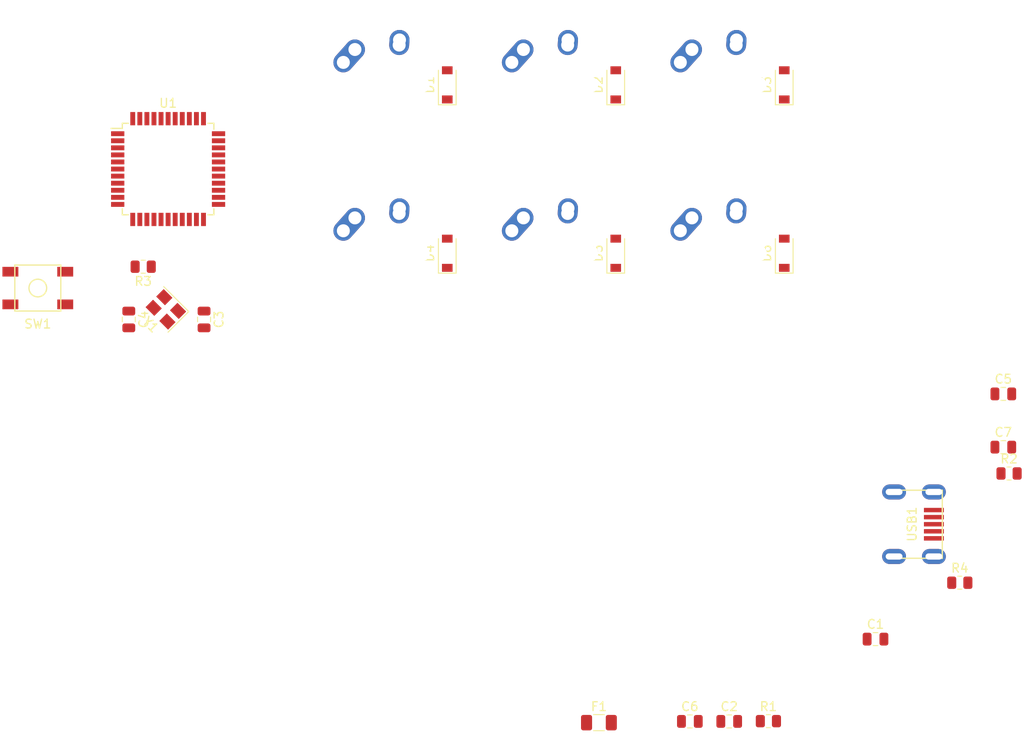
<source format=kicad_pcb>
(kicad_pcb (version 20171130) (host pcbnew "(5.1.9)-1")

  (general
    (thickness 1.6)
    (drawings 0)
    (tracks 0)
    (zones 0)
    (modules 28)
    (nets 53)
  )

  (page A4)
  (layers
    (0 F.Cu signal)
    (31 B.Cu signal)
    (32 B.Adhes user)
    (33 F.Adhes user)
    (34 B.Paste user)
    (35 F.Paste user)
    (36 B.SilkS user)
    (37 F.SilkS user)
    (38 B.Mask user)
    (39 F.Mask user)
    (40 Dwgs.User user)
    (41 Cmts.User user)
    (42 Eco1.User user)
    (43 Eco2.User user)
    (44 Edge.Cuts user)
    (45 Margin user)
    (46 B.CrtYd user)
    (47 F.CrtYd user)
    (48 B.Fab user)
    (49 F.Fab user)
  )

  (setup
    (last_trace_width 0.25)
    (trace_clearance 0.2)
    (zone_clearance 0.508)
    (zone_45_only no)
    (trace_min 0.2)
    (via_size 0.8)
    (via_drill 0.4)
    (via_min_size 0.4)
    (via_min_drill 0.3)
    (uvia_size 0.3)
    (uvia_drill 0.1)
    (uvias_allowed no)
    (uvia_min_size 0.2)
    (uvia_min_drill 0.1)
    (edge_width 0.05)
    (segment_width 0.2)
    (pcb_text_width 0.3)
    (pcb_text_size 1.5 1.5)
    (mod_edge_width 0.12)
    (mod_text_size 1 1)
    (mod_text_width 0.15)
    (pad_size 1.524 1.524)
    (pad_drill 0.762)
    (pad_to_mask_clearance 0)
    (aux_axis_origin 0 0)
    (visible_elements FFFFFF7F)
    (pcbplotparams
      (layerselection 0x010fc_ffffffff)
      (usegerberextensions false)
      (usegerberattributes true)
      (usegerberadvancedattributes true)
      (creategerberjobfile true)
      (excludeedgelayer true)
      (linewidth 0.100000)
      (plotframeref false)
      (viasonmask false)
      (mode 1)
      (useauxorigin false)
      (hpglpennumber 1)
      (hpglpenspeed 20)
      (hpglpendiameter 15.000000)
      (psnegative false)
      (psa4output false)
      (plotreference true)
      (plotvalue true)
      (plotinvisibletext false)
      (padsonsilk false)
      (subtractmaskfromsilk false)
      (outputformat 1)
      (mirror false)
      (drillshape 1)
      (scaleselection 1)
      (outputdirectory ""))
  )

  (net 0 "")
  (net 1 GND)
  (net 2 +5V)
  (net 3 "Net-(C3-Pad1)")
  (net 4 "Net-(C4-Pad1)")
  (net 5 "Net-(C6-Pad1)")
  (net 6 "Net-(D1-Pad2)")
  (net 7 ROW0)
  (net 8 "Net-(D2-Pad2)")
  (net 9 ROW1)
  (net 10 "Net-(D3-Pad2)")
  (net 11 "Net-(D4-Pad2)")
  (net 12 "Net-(D5-Pad2)")
  (net 13 "Net-(D6-Pad2)")
  (net 14 VCC)
  (net 15 COL0)
  (net 16 COL1)
  (net 17 COL2)
  (net 18 D-)
  (net 19 "Net-(R1-Pad1)")
  (net 20 D+)
  (net 21 "Net-(R2-Pad1)")
  (net 22 "Net-(R3-Pad2)")
  (net 23 "Net-(R4-Pad2)")
  (net 24 "Net-(U1-Pad42)")
  (net 25 "Net-(U1-Pad41)")
  (net 26 "Net-(U1-Pad40)")
  (net 27 "Net-(U1-Pad39)")
  (net 28 "Net-(U1-Pad38)")
  (net 29 "Net-(U1-Pad37)")
  (net 30 "Net-(U1-Pad36)")
  (net 31 "Net-(U1-Pad32)")
  (net 32 "Net-(U1-Pad31)")
  (net 33 "Net-(U1-Pad30)")
  (net 34 "Net-(U1-Pad29)")
  (net 35 "Net-(U1-Pad28)")
  (net 36 "Net-(U1-Pad27)")
  (net 37 "Net-(U1-Pad26)")
  (net 38 "Net-(U1-Pad25)")
  (net 39 "Net-(U1-Pad22)")
  (net 40 "Net-(U1-Pad21)")
  (net 41 "Net-(U1-Pad20)")
  (net 42 "Net-(U1-Pad19)")
  (net 43 "Net-(U1-Pad18)")
  (net 44 "Net-(U1-Pad12)")
  (net 45 "Net-(U1-Pad11)")
  (net 46 "Net-(U1-Pad10)")
  (net 47 "Net-(U1-Pad9)")
  (net 48 "Net-(U1-Pad8)")
  (net 49 "Net-(U1-Pad1)")
  (net 50 "Net-(USB1-Pad6)")
  (net 51 "Net-(USB1-Pad2)")
  (net 52 "Net-(USB1-Pad1)")

  (net_class Default "This is the default net class."
    (clearance 0.2)
    (trace_width 0.25)
    (via_dia 0.8)
    (via_drill 0.4)
    (uvia_dia 0.3)
    (uvia_drill 0.1)
    (add_net +5V)
    (add_net COL0)
    (add_net COL1)
    (add_net COL2)
    (add_net D+)
    (add_net D-)
    (add_net GND)
    (add_net "Net-(C3-Pad1)")
    (add_net "Net-(C4-Pad1)")
    (add_net "Net-(C6-Pad1)")
    (add_net "Net-(D1-Pad2)")
    (add_net "Net-(D2-Pad2)")
    (add_net "Net-(D3-Pad2)")
    (add_net "Net-(D4-Pad2)")
    (add_net "Net-(D5-Pad2)")
    (add_net "Net-(D6-Pad2)")
    (add_net "Net-(R1-Pad1)")
    (add_net "Net-(R2-Pad1)")
    (add_net "Net-(R3-Pad2)")
    (add_net "Net-(R4-Pad2)")
    (add_net "Net-(U1-Pad1)")
    (add_net "Net-(U1-Pad10)")
    (add_net "Net-(U1-Pad11)")
    (add_net "Net-(U1-Pad12)")
    (add_net "Net-(U1-Pad18)")
    (add_net "Net-(U1-Pad19)")
    (add_net "Net-(U1-Pad20)")
    (add_net "Net-(U1-Pad21)")
    (add_net "Net-(U1-Pad22)")
    (add_net "Net-(U1-Pad25)")
    (add_net "Net-(U1-Pad26)")
    (add_net "Net-(U1-Pad27)")
    (add_net "Net-(U1-Pad28)")
    (add_net "Net-(U1-Pad29)")
    (add_net "Net-(U1-Pad30)")
    (add_net "Net-(U1-Pad31)")
    (add_net "Net-(U1-Pad32)")
    (add_net "Net-(U1-Pad36)")
    (add_net "Net-(U1-Pad37)")
    (add_net "Net-(U1-Pad38)")
    (add_net "Net-(U1-Pad39)")
    (add_net "Net-(U1-Pad40)")
    (add_net "Net-(U1-Pad41)")
    (add_net "Net-(U1-Pad42)")
    (add_net "Net-(U1-Pad8)")
    (add_net "Net-(U1-Pad9)")
    (add_net "Net-(USB1-Pad1)")
    (add_net "Net-(USB1-Pad2)")
    (add_net "Net-(USB1-Pad6)")
    (add_net ROW0)
    (add_net ROW1)
    (add_net VCC)
  )

  (module Crystal:Crystal_SMD_3225-4Pin_3.2x2.5mm (layer F.Cu) (tedit 5A0FD1B2) (tstamp 6045A36C)
    (at 223.774 114.3 135)
    (descr "SMD Crystal SERIES SMD3225/4 http://www.txccrystal.com/images/pdf/7m-accuracy.pdf, 3.2x2.5mm^2 package")
    (tags "SMD SMT crystal")
    (path /604663B2)
    (attr smd)
    (fp_text reference Y1 (at 0 -2.45 135) (layer F.SilkS)
      (effects (font (size 1 1) (thickness 0.15)))
    )
    (fp_text value 16MHz (at 0 2.45 135) (layer F.Fab)
      (effects (font (size 1 1) (thickness 0.15)))
    )
    (fp_text user %R (at 0 0 135) (layer F.Fab)
      (effects (font (size 0.7 0.7) (thickness 0.105)))
    )
    (fp_line (start -1.6 -1.25) (end -1.6 1.25) (layer F.Fab) (width 0.1))
    (fp_line (start -1.6 1.25) (end 1.6 1.25) (layer F.Fab) (width 0.1))
    (fp_line (start 1.6 1.25) (end 1.6 -1.25) (layer F.Fab) (width 0.1))
    (fp_line (start 1.6 -1.25) (end -1.6 -1.25) (layer F.Fab) (width 0.1))
    (fp_line (start -1.6 0.25) (end -0.6 1.25) (layer F.Fab) (width 0.1))
    (fp_line (start -2 -1.65) (end -2 1.65) (layer F.SilkS) (width 0.12))
    (fp_line (start -2 1.65) (end 2 1.65) (layer F.SilkS) (width 0.12))
    (fp_line (start -2.1 -1.7) (end -2.1 1.7) (layer F.CrtYd) (width 0.05))
    (fp_line (start -2.1 1.7) (end 2.1 1.7) (layer F.CrtYd) (width 0.05))
    (fp_line (start 2.1 1.7) (end 2.1 -1.7) (layer F.CrtYd) (width 0.05))
    (fp_line (start 2.1 -1.7) (end -2.1 -1.7) (layer F.CrtYd) (width 0.05))
    (pad 4 smd rect (at -1.1 -0.85 135) (size 1.4 1.2) (layers F.Cu F.Paste F.Mask)
      (net 1 GND))
    (pad 3 smd rect (at 1.1 -0.85 135) (size 1.4 1.2) (layers F.Cu F.Paste F.Mask)
      (net 4 "Net-(C4-Pad1)"))
    (pad 2 smd rect (at 1.1 0.85 135) (size 1.4 1.2) (layers F.Cu F.Paste F.Mask)
      (net 1 GND))
    (pad 1 smd rect (at -1.1 0.85 135) (size 1.4 1.2) (layers F.Cu F.Paste F.Mask)
      (net 3 "Net-(C3-Pad1)"))
    (model ${KISYS3DMOD}/Crystal.3dshapes/Crystal_SMD_3225-4Pin_3.2x2.5mm.wrl
      (at (xyz 0 0 0))
      (scale (xyz 1 1 1))
      (rotate (xyz 0 0 0))
    )
  )

  (module random-keyboard-parts:Molex-0548190589 (layer F.Cu) (tedit 5C494815) (tstamp 604594AB)
    (at 306.10625 138.60825)
    (path /6048F026)
    (attr smd)
    (fp_text reference USB1 (at 2.032 0 90) (layer F.SilkS)
      (effects (font (size 1 1) (thickness 0.15)))
    )
    (fp_text value Molex-0548190589 (at -5.08 0 90) (layer Dwgs.User)
      (effects (font (size 1 1) (thickness 0.15)))
    )
    (fp_text user %R (at 2 0 90) (layer F.CrtYd)
      (effects (font (size 1 1) (thickness 0.15)))
    )
    (fp_line (start -3.75 -3.85) (end -3.75 3.85) (layer Dwgs.User) (width 0.15))
    (fp_line (start -1.75 -4.572) (end -1.75 4.572) (layer Dwgs.User) (width 0.15))
    (fp_line (start -3.75 3.85) (end 0 3.85) (layer Dwgs.User) (width 0.15))
    (fp_line (start -3.75 -3.85) (end 0 -3.85) (layer Dwgs.User) (width 0.15))
    (fp_line (start 5.45 -3.85) (end 5.45 3.85) (layer F.SilkS) (width 0.15))
    (fp_line (start 0 3.85) (end 5.45 3.85) (layer F.SilkS) (width 0.15))
    (fp_line (start 0 -3.85) (end 5.45 -3.85) (layer F.SilkS) (width 0.15))
    (fp_line (start -3.75 -3.75) (end 5.5 -3.75) (layer F.CrtYd) (width 0.15))
    (fp_line (start 5.5 -3.75) (end 5.5 3.75) (layer F.CrtYd) (width 0.15))
    (fp_line (start 5.5 3.75) (end -3.75 3.75) (layer F.CrtYd) (width 0.15))
    (fp_line (start -3.75 3.75) (end -3.75 -3.75) (layer F.CrtYd) (width 0.15))
    (fp_line (start 5.5 -2) (end 3.25 -2) (layer F.CrtYd) (width 0.15))
    (fp_line (start 3.25 -2) (end 3.25 2) (layer F.CrtYd) (width 0.15))
    (fp_line (start 3.25 2) (end 5.5 2) (layer F.CrtYd) (width 0.15))
    (fp_line (start 5.5 1.25) (end 3.25 1.25) (layer F.CrtYd) (width 0.15))
    (fp_line (start 3.25 0.5) (end 5.5 0.5) (layer F.CrtYd) (width 0.15))
    (fp_line (start 5.5 -0.5) (end 3.25 -0.5) (layer F.CrtYd) (width 0.15))
    (fp_line (start 3.25 -1.25) (end 5.5 -1.25) (layer F.CrtYd) (width 0.15))
    (pad 6 thru_hole oval (at 0 -3.65) (size 2.7 1.7) (drill oval 1.9 0.7) (layers *.Cu *.Mask)
      (net 50 "Net-(USB1-Pad6)"))
    (pad 6 thru_hole oval (at 0 3.65) (size 2.7 1.7) (drill oval 1.9 0.7) (layers *.Cu *.Mask)
      (net 50 "Net-(USB1-Pad6)"))
    (pad 6 thru_hole oval (at 4.5 3.65) (size 2.7 1.7) (drill oval 1.9 0.7) (layers *.Cu *.Mask)
      (net 50 "Net-(USB1-Pad6)"))
    (pad 6 thru_hole oval (at 4.5 -3.65) (size 2.7 1.7) (drill oval 1.9 0.7) (layers *.Cu *.Mask)
      (net 50 "Net-(USB1-Pad6)"))
    (pad 5 smd rect (at 4.5 -1.6) (size 2.25 0.5) (layers F.Cu F.Paste F.Mask)
      (net 14 VCC))
    (pad 4 smd rect (at 4.5 -0.8) (size 2.25 0.5) (layers F.Cu F.Paste F.Mask)
      (net 18 D-))
    (pad 3 smd rect (at 4.5 0) (size 2.25 0.5) (layers F.Cu F.Paste F.Mask)
      (net 20 D+))
    (pad 2 smd rect (at 4.5 0.8) (size 2.25 0.5) (layers F.Cu F.Paste F.Mask)
      (net 51 "Net-(USB1-Pad2)"))
    (pad 1 smd rect (at 4.5 1.6) (size 2.25 0.5) (layers F.Cu F.Paste F.Mask)
      (net 52 "Net-(USB1-Pad1)"))
  )

  (module Package_QFP:TQFP-44_10x10mm_P0.8mm (layer F.Cu) (tedit 5A02F146) (tstamp 60459E4A)
    (at 224.028 98.425)
    (descr "44-Lead Plastic Thin Quad Flatpack (PT) - 10x10x1.0 mm Body [TQFP] (see Microchip Packaging Specification 00000049BS.pdf)")
    (tags "QFP 0.8")
    (path /60452955)
    (attr smd)
    (fp_text reference U1 (at 0 -7.45) (layer F.SilkS)
      (effects (font (size 1 1) (thickness 0.15)))
    )
    (fp_text value ATmega32U4-AU (at 0 7.45) (layer F.Fab)
      (effects (font (size 1 1) (thickness 0.15)))
    )
    (fp_text user %R (at 0 0) (layer F.Fab)
      (effects (font (size 1 1) (thickness 0.15)))
    )
    (fp_line (start -4 -5) (end 5 -5) (layer F.Fab) (width 0.15))
    (fp_line (start 5 -5) (end 5 5) (layer F.Fab) (width 0.15))
    (fp_line (start 5 5) (end -5 5) (layer F.Fab) (width 0.15))
    (fp_line (start -5 5) (end -5 -4) (layer F.Fab) (width 0.15))
    (fp_line (start -5 -4) (end -4 -5) (layer F.Fab) (width 0.15))
    (fp_line (start -6.7 -6.7) (end -6.7 6.7) (layer F.CrtYd) (width 0.05))
    (fp_line (start 6.7 -6.7) (end 6.7 6.7) (layer F.CrtYd) (width 0.05))
    (fp_line (start -6.7 -6.7) (end 6.7 -6.7) (layer F.CrtYd) (width 0.05))
    (fp_line (start -6.7 6.7) (end 6.7 6.7) (layer F.CrtYd) (width 0.05))
    (fp_line (start -5.175 -5.175) (end -5.175 -4.6) (layer F.SilkS) (width 0.15))
    (fp_line (start 5.175 -5.175) (end 5.175 -4.5) (layer F.SilkS) (width 0.15))
    (fp_line (start 5.175 5.175) (end 5.175 4.5) (layer F.SilkS) (width 0.15))
    (fp_line (start -5.175 5.175) (end -5.175 4.5) (layer F.SilkS) (width 0.15))
    (fp_line (start -5.175 -5.175) (end -4.5 -5.175) (layer F.SilkS) (width 0.15))
    (fp_line (start -5.175 5.175) (end -4.5 5.175) (layer F.SilkS) (width 0.15))
    (fp_line (start 5.175 5.175) (end 4.5 5.175) (layer F.SilkS) (width 0.15))
    (fp_line (start 5.175 -5.175) (end 4.5 -5.175) (layer F.SilkS) (width 0.15))
    (fp_line (start -5.175 -4.6) (end -6.45 -4.6) (layer F.SilkS) (width 0.15))
    (pad 44 smd rect (at -4 -5.7 90) (size 1.5 0.55) (layers F.Cu F.Paste F.Mask)
      (net 2 +5V))
    (pad 43 smd rect (at -3.2 -5.7 90) (size 1.5 0.55) (layers F.Cu F.Paste F.Mask)
      (net 1 GND))
    (pad 42 smd rect (at -2.4 -5.7 90) (size 1.5 0.55) (layers F.Cu F.Paste F.Mask)
      (net 24 "Net-(U1-Pad42)"))
    (pad 41 smd rect (at -1.6 -5.7 90) (size 1.5 0.55) (layers F.Cu F.Paste F.Mask)
      (net 25 "Net-(U1-Pad41)"))
    (pad 40 smd rect (at -0.8 -5.7 90) (size 1.5 0.55) (layers F.Cu F.Paste F.Mask)
      (net 26 "Net-(U1-Pad40)"))
    (pad 39 smd rect (at 0 -5.7 90) (size 1.5 0.55) (layers F.Cu F.Paste F.Mask)
      (net 27 "Net-(U1-Pad39)"))
    (pad 38 smd rect (at 0.8 -5.7 90) (size 1.5 0.55) (layers F.Cu F.Paste F.Mask)
      (net 28 "Net-(U1-Pad38)"))
    (pad 37 smd rect (at 1.6 -5.7 90) (size 1.5 0.55) (layers F.Cu F.Paste F.Mask)
      (net 29 "Net-(U1-Pad37)"))
    (pad 36 smd rect (at 2.4 -5.7 90) (size 1.5 0.55) (layers F.Cu F.Paste F.Mask)
      (net 30 "Net-(U1-Pad36)"))
    (pad 35 smd rect (at 3.2 -5.7 90) (size 1.5 0.55) (layers F.Cu F.Paste F.Mask)
      (net 1 GND))
    (pad 34 smd rect (at 4 -5.7 90) (size 1.5 0.55) (layers F.Cu F.Paste F.Mask)
      (net 2 +5V))
    (pad 33 smd rect (at 5.7 -4) (size 1.5 0.55) (layers F.Cu F.Paste F.Mask)
      (net 23 "Net-(R4-Pad2)"))
    (pad 32 smd rect (at 5.7 -3.2) (size 1.5 0.55) (layers F.Cu F.Paste F.Mask)
      (net 31 "Net-(U1-Pad32)"))
    (pad 31 smd rect (at 5.7 -2.4) (size 1.5 0.55) (layers F.Cu F.Paste F.Mask)
      (net 32 "Net-(U1-Pad31)"))
    (pad 30 smd rect (at 5.7 -1.6) (size 1.5 0.55) (layers F.Cu F.Paste F.Mask)
      (net 33 "Net-(U1-Pad30)"))
    (pad 29 smd rect (at 5.7 -0.8) (size 1.5 0.55) (layers F.Cu F.Paste F.Mask)
      (net 34 "Net-(U1-Pad29)"))
    (pad 28 smd rect (at 5.7 0) (size 1.5 0.55) (layers F.Cu F.Paste F.Mask)
      (net 35 "Net-(U1-Pad28)"))
    (pad 27 smd rect (at 5.7 0.8) (size 1.5 0.55) (layers F.Cu F.Paste F.Mask)
      (net 36 "Net-(U1-Pad27)"))
    (pad 26 smd rect (at 5.7 1.6) (size 1.5 0.55) (layers F.Cu F.Paste F.Mask)
      (net 37 "Net-(U1-Pad26)"))
    (pad 25 smd rect (at 5.7 2.4) (size 1.5 0.55) (layers F.Cu F.Paste F.Mask)
      (net 38 "Net-(U1-Pad25)"))
    (pad 24 smd rect (at 5.7 3.2) (size 1.5 0.55) (layers F.Cu F.Paste F.Mask)
      (net 2 +5V))
    (pad 23 smd rect (at 5.7 4) (size 1.5 0.55) (layers F.Cu F.Paste F.Mask)
      (net 1 GND))
    (pad 22 smd rect (at 4 5.7 90) (size 1.5 0.55) (layers F.Cu F.Paste F.Mask)
      (net 39 "Net-(U1-Pad22)"))
    (pad 21 smd rect (at 3.2 5.7 90) (size 1.5 0.55) (layers F.Cu F.Paste F.Mask)
      (net 40 "Net-(U1-Pad21)"))
    (pad 20 smd rect (at 2.4 5.7 90) (size 1.5 0.55) (layers F.Cu F.Paste F.Mask)
      (net 41 "Net-(U1-Pad20)"))
    (pad 19 smd rect (at 1.6 5.7 90) (size 1.5 0.55) (layers F.Cu F.Paste F.Mask)
      (net 42 "Net-(U1-Pad19)"))
    (pad 18 smd rect (at 0.8 5.7 90) (size 1.5 0.55) (layers F.Cu F.Paste F.Mask)
      (net 43 "Net-(U1-Pad18)"))
    (pad 17 smd rect (at 0 5.7 90) (size 1.5 0.55) (layers F.Cu F.Paste F.Mask)
      (net 3 "Net-(C3-Pad1)"))
    (pad 16 smd rect (at -0.8 5.7 90) (size 1.5 0.55) (layers F.Cu F.Paste F.Mask)
      (net 4 "Net-(C4-Pad1)"))
    (pad 15 smd rect (at -1.6 5.7 90) (size 1.5 0.55) (layers F.Cu F.Paste F.Mask)
      (net 1 GND))
    (pad 14 smd rect (at -2.4 5.7 90) (size 1.5 0.55) (layers F.Cu F.Paste F.Mask)
      (net 2 +5V))
    (pad 13 smd rect (at -3.2 5.7 90) (size 1.5 0.55) (layers F.Cu F.Paste F.Mask)
      (net 22 "Net-(R3-Pad2)"))
    (pad 12 smd rect (at -4 5.7 90) (size 1.5 0.55) (layers F.Cu F.Paste F.Mask)
      (net 44 "Net-(U1-Pad12)"))
    (pad 11 smd rect (at -5.7 4) (size 1.5 0.55) (layers F.Cu F.Paste F.Mask)
      (net 45 "Net-(U1-Pad11)"))
    (pad 10 smd rect (at -5.7 3.2) (size 1.5 0.55) (layers F.Cu F.Paste F.Mask)
      (net 46 "Net-(U1-Pad10)"))
    (pad 9 smd rect (at -5.7 2.4) (size 1.5 0.55) (layers F.Cu F.Paste F.Mask)
      (net 47 "Net-(U1-Pad9)"))
    (pad 8 smd rect (at -5.7 1.6) (size 1.5 0.55) (layers F.Cu F.Paste F.Mask)
      (net 48 "Net-(U1-Pad8)"))
    (pad 7 smd rect (at -5.7 0.8) (size 1.5 0.55) (layers F.Cu F.Paste F.Mask)
      (net 2 +5V))
    (pad 6 smd rect (at -5.7 0) (size 1.5 0.55) (layers F.Cu F.Paste F.Mask)
      (net 5 "Net-(C6-Pad1)"))
    (pad 5 smd rect (at -5.7 -0.8) (size 1.5 0.55) (layers F.Cu F.Paste F.Mask)
      (net 1 GND))
    (pad 4 smd rect (at -5.7 -1.6) (size 1.5 0.55) (layers F.Cu F.Paste F.Mask)
      (net 21 "Net-(R2-Pad1)"))
    (pad 3 smd rect (at -5.7 -2.4) (size 1.5 0.55) (layers F.Cu F.Paste F.Mask)
      (net 19 "Net-(R1-Pad1)"))
    (pad 2 smd rect (at -5.7 -3.2) (size 1.5 0.55) (layers F.Cu F.Paste F.Mask)
      (net 2 +5V))
    (pad 1 smd rect (at -5.7 -4) (size 1.5 0.55) (layers F.Cu F.Paste F.Mask)
      (net 49 "Net-(U1-Pad1)"))
    (model ${KISYS3DMOD}/Package_QFP.3dshapes/TQFP-44_10x10mm_P0.8mm.wrl
      (at (xyz 0 0 0))
      (scale (xyz 1 1 1))
      (rotate (xyz 0 0 0))
    )
  )

  (module random-keyboard-parts:SKQG-1155865 (layer F.Cu) (tedit 5E62B398) (tstamp 6045A148)
    (at 209.296 111.887)
    (path /60471F9F)
    (attr smd)
    (fp_text reference SW1 (at 0 4.064) (layer F.SilkS)
      (effects (font (size 1 1) (thickness 0.15)))
    )
    (fp_text value SW_Push (at 0 -4.064) (layer F.Fab)
      (effects (font (size 1 1) (thickness 0.15)))
    )
    (fp_line (start -2.6 1.1) (end -1.1 2.6) (layer F.Fab) (width 0.15))
    (fp_line (start 2.6 1.1) (end 1.1 2.6) (layer F.Fab) (width 0.15))
    (fp_line (start 2.6 -1.1) (end 1.1 -2.6) (layer F.Fab) (width 0.15))
    (fp_line (start -2.6 -1.1) (end -1.1 -2.6) (layer F.Fab) (width 0.15))
    (fp_circle (center 0 0) (end 1 0) (layer F.Fab) (width 0.15))
    (fp_line (start -4.2 -1.1) (end -4.2 -2.6) (layer F.Fab) (width 0.15))
    (fp_line (start -2.6 -1.1) (end -4.2 -1.1) (layer F.Fab) (width 0.15))
    (fp_line (start -2.6 1.1) (end -2.6 -1.1) (layer F.Fab) (width 0.15))
    (fp_line (start -4.2 1.1) (end -2.6 1.1) (layer F.Fab) (width 0.15))
    (fp_line (start -4.2 2.6) (end -4.2 1.1) (layer F.Fab) (width 0.15))
    (fp_line (start 4.2 2.6) (end -4.2 2.6) (layer F.Fab) (width 0.15))
    (fp_line (start 4.2 1.1) (end 4.2 2.6) (layer F.Fab) (width 0.15))
    (fp_line (start 2.6 1.1) (end 4.2 1.1) (layer F.Fab) (width 0.15))
    (fp_line (start 2.6 -1.1) (end 2.6 1.1) (layer F.Fab) (width 0.15))
    (fp_line (start 4.2 -1.1) (end 2.6 -1.1) (layer F.Fab) (width 0.15))
    (fp_line (start 4.2 -2.6) (end 4.2 -1.2) (layer F.Fab) (width 0.15))
    (fp_line (start -4.2 -2.6) (end 4.2 -2.6) (layer F.Fab) (width 0.15))
    (fp_circle (center 0 0) (end 1 0) (layer F.SilkS) (width 0.15))
    (fp_line (start -2.6 2.6) (end -2.6 -2.6) (layer F.SilkS) (width 0.15))
    (fp_line (start 2.6 2.6) (end -2.6 2.6) (layer F.SilkS) (width 0.15))
    (fp_line (start 2.6 -2.6) (end 2.6 2.6) (layer F.SilkS) (width 0.15))
    (fp_line (start -2.6 -2.6) (end 2.6 -2.6) (layer F.SilkS) (width 0.15))
    (pad 4 smd rect (at -3.1 1.85) (size 1.8 1.1) (layers F.Cu F.Paste F.Mask))
    (pad 3 smd rect (at 3.1 -1.85) (size 1.8 1.1) (layers F.Cu F.Paste F.Mask))
    (pad 2 smd rect (at -3.1 -1.85) (size 1.8 1.1) (layers F.Cu F.Paste F.Mask)
      (net 22 "Net-(R3-Pad2)"))
    (pad 1 smd rect (at 3.1 1.85) (size 1.8 1.1) (layers F.Cu F.Paste F.Mask)
      (net 1 GND))
    (model ${KISYS3DMOD}/Button_Switch_SMD.3dshapes/SW_SPST_TL3342.step
      (at (xyz 0 0 0))
      (scale (xyz 1 1 1))
      (rotate (xyz 0 0 0))
    )
  )

  (module Resistor_SMD:R_0805_2012Metric (layer F.Cu) (tedit 5F68FEEE) (tstamp 6045942A)
    (at 313.53625 145.22625)
    (descr "Resistor SMD 0805 (2012 Metric), square (rectangular) end terminal, IPC_7351 nominal, (Body size source: IPC-SM-782 page 72, https://www.pcb-3d.com/wordpress/wp-content/uploads/ipc-sm-782a_amendment_1_and_2.pdf), generated with kicad-footprint-generator")
    (tags resistor)
    (path /60459D2E)
    (attr smd)
    (fp_text reference R4 (at 0 -1.65) (layer F.SilkS)
      (effects (font (size 1 1) (thickness 0.15)))
    )
    (fp_text value 10k (at 0 1.65) (layer F.Fab)
      (effects (font (size 1 1) (thickness 0.15)))
    )
    (fp_text user %R (at 0 0) (layer F.Fab)
      (effects (font (size 0.5 0.5) (thickness 0.08)))
    )
    (fp_line (start -1 0.625) (end -1 -0.625) (layer F.Fab) (width 0.1))
    (fp_line (start -1 -0.625) (end 1 -0.625) (layer F.Fab) (width 0.1))
    (fp_line (start 1 -0.625) (end 1 0.625) (layer F.Fab) (width 0.1))
    (fp_line (start 1 0.625) (end -1 0.625) (layer F.Fab) (width 0.1))
    (fp_line (start -0.227064 -0.735) (end 0.227064 -0.735) (layer F.SilkS) (width 0.12))
    (fp_line (start -0.227064 0.735) (end 0.227064 0.735) (layer F.SilkS) (width 0.12))
    (fp_line (start -1.68 0.95) (end -1.68 -0.95) (layer F.CrtYd) (width 0.05))
    (fp_line (start -1.68 -0.95) (end 1.68 -0.95) (layer F.CrtYd) (width 0.05))
    (fp_line (start 1.68 -0.95) (end 1.68 0.95) (layer F.CrtYd) (width 0.05))
    (fp_line (start 1.68 0.95) (end -1.68 0.95) (layer F.CrtYd) (width 0.05))
    (pad 2 smd roundrect (at 0.9125 0) (size 1.025 1.4) (layers F.Cu F.Paste F.Mask) (roundrect_rratio 0.243902)
      (net 23 "Net-(R4-Pad2)"))
    (pad 1 smd roundrect (at -0.9125 0) (size 1.025 1.4) (layers F.Cu F.Paste F.Mask) (roundrect_rratio 0.243902)
      (net 1 GND))
    (model ${KISYS3DMOD}/Resistor_SMD.3dshapes/R_0805_2012Metric.wrl
      (at (xyz 0 0 0))
      (scale (xyz 1 1 1))
      (rotate (xyz 0 0 0))
    )
  )

  (module Resistor_SMD:R_0805_2012Metric (layer F.Cu) (tedit 5F68FEEE) (tstamp 6045A566)
    (at 221.2105 109.474 180)
    (descr "Resistor SMD 0805 (2012 Metric), square (rectangular) end terminal, IPC_7351 nominal, (Body size source: IPC-SM-782 page 72, https://www.pcb-3d.com/wordpress/wp-content/uploads/ipc-sm-782a_amendment_1_and_2.pdf), generated with kicad-footprint-generator")
    (tags resistor)
    (path /60474847)
    (attr smd)
    (fp_text reference R3 (at 0 -1.65) (layer F.SilkS)
      (effects (font (size 1 1) (thickness 0.15)))
    )
    (fp_text value 10k (at 0 1.65) (layer F.Fab)
      (effects (font (size 1 1) (thickness 0.15)))
    )
    (fp_text user %R (at 0.1505 0) (layer F.Fab)
      (effects (font (size 0.5 0.5) (thickness 0.08)))
    )
    (fp_line (start -1 0.625) (end -1 -0.625) (layer F.Fab) (width 0.1))
    (fp_line (start -1 -0.625) (end 1 -0.625) (layer F.Fab) (width 0.1))
    (fp_line (start 1 -0.625) (end 1 0.625) (layer F.Fab) (width 0.1))
    (fp_line (start 1 0.625) (end -1 0.625) (layer F.Fab) (width 0.1))
    (fp_line (start -0.227064 -0.735) (end 0.227064 -0.735) (layer F.SilkS) (width 0.12))
    (fp_line (start -0.227064 0.735) (end 0.227064 0.735) (layer F.SilkS) (width 0.12))
    (fp_line (start -1.68 0.95) (end -1.68 -0.95) (layer F.CrtYd) (width 0.05))
    (fp_line (start -1.68 -0.95) (end 1.68 -0.95) (layer F.CrtYd) (width 0.05))
    (fp_line (start 1.68 -0.95) (end 1.68 0.95) (layer F.CrtYd) (width 0.05))
    (fp_line (start 1.68 0.95) (end -1.68 0.95) (layer F.CrtYd) (width 0.05))
    (pad 2 smd roundrect (at 0.9125 0 180) (size 1.025 1.4) (layers F.Cu F.Paste F.Mask) (roundrect_rratio 0.243902)
      (net 22 "Net-(R3-Pad2)"))
    (pad 1 smd roundrect (at -0.9125 0 180) (size 1.025 1.4) (layers F.Cu F.Paste F.Mask) (roundrect_rratio 0.243902)
      (net 2 +5V))
    (model ${KISYS3DMOD}/Resistor_SMD.3dshapes/R_0805_2012Metric.wrl
      (at (xyz 0 0 0))
      (scale (xyz 1 1 1))
      (rotate (xyz 0 0 0))
    )
  )

  (module Resistor_SMD:R_0805_2012Metric (layer F.Cu) (tedit 5F68FEEE) (tstamp 60459408)
    (at 319.10625 132.86625)
    (descr "Resistor SMD 0805 (2012 Metric), square (rectangular) end terminal, IPC_7351 nominal, (Body size source: IPC-SM-782 page 72, https://www.pcb-3d.com/wordpress/wp-content/uploads/ipc-sm-782a_amendment_1_and_2.pdf), generated with kicad-footprint-generator")
    (tags resistor)
    (path /6045C1BA)
    (attr smd)
    (fp_text reference R2 (at 0 -1.65) (layer F.SilkS)
      (effects (font (size 1 1) (thickness 0.15)))
    )
    (fp_text value 22k (at 0 1.65) (layer F.Fab)
      (effects (font (size 1 1) (thickness 0.15)))
    )
    (fp_text user %R (at -0.08225 -0.27825) (layer F.Fab)
      (effects (font (size 0.5 0.5) (thickness 0.08)))
    )
    (fp_line (start -1 0.625) (end -1 -0.625) (layer F.Fab) (width 0.1))
    (fp_line (start -1 -0.625) (end 1 -0.625) (layer F.Fab) (width 0.1))
    (fp_line (start 1 -0.625) (end 1 0.625) (layer F.Fab) (width 0.1))
    (fp_line (start 1 0.625) (end -1 0.625) (layer F.Fab) (width 0.1))
    (fp_line (start -0.227064 -0.735) (end 0.227064 -0.735) (layer F.SilkS) (width 0.12))
    (fp_line (start -0.227064 0.735) (end 0.227064 0.735) (layer F.SilkS) (width 0.12))
    (fp_line (start -1.68 0.95) (end -1.68 -0.95) (layer F.CrtYd) (width 0.05))
    (fp_line (start -1.68 -0.95) (end 1.68 -0.95) (layer F.CrtYd) (width 0.05))
    (fp_line (start 1.68 -0.95) (end 1.68 0.95) (layer F.CrtYd) (width 0.05))
    (fp_line (start 1.68 0.95) (end -1.68 0.95) (layer F.CrtYd) (width 0.05))
    (pad 2 smd roundrect (at 0.9125 0) (size 1.025 1.4) (layers F.Cu F.Paste F.Mask) (roundrect_rratio 0.243902)
      (net 20 D+))
    (pad 1 smd roundrect (at -0.9125 0) (size 1.025 1.4) (layers F.Cu F.Paste F.Mask) (roundrect_rratio 0.243902)
      (net 21 "Net-(R2-Pad1)"))
    (model ${KISYS3DMOD}/Resistor_SMD.3dshapes/R_0805_2012Metric.wrl
      (at (xyz 0 0 0))
      (scale (xyz 1 1 1))
      (rotate (xyz 0 0 0))
    )
  )

  (module Resistor_SMD:R_0805_2012Metric (layer F.Cu) (tedit 5F68FEEE) (tstamp 604593F7)
    (at 291.89625 160.88625)
    (descr "Resistor SMD 0805 (2012 Metric), square (rectangular) end terminal, IPC_7351 nominal, (Body size source: IPC-SM-782 page 72, https://www.pcb-3d.com/wordpress/wp-content/uploads/ipc-sm-782a_amendment_1_and_2.pdf), generated with kicad-footprint-generator")
    (tags resistor)
    (path /6045D41E)
    (attr smd)
    (fp_text reference R1 (at 0 -1.65) (layer F.SilkS)
      (effects (font (size 1 1) (thickness 0.15)))
    )
    (fp_text value 22k (at 0 1.65) (layer F.Fab)
      (effects (font (size 1 1) (thickness 0.15)))
    )
    (fp_text user %R (at 0 0) (layer F.Fab)
      (effects (font (size 0.5 0.5) (thickness 0.08)))
    )
    (fp_line (start -1 0.625) (end -1 -0.625) (layer F.Fab) (width 0.1))
    (fp_line (start -1 -0.625) (end 1 -0.625) (layer F.Fab) (width 0.1))
    (fp_line (start 1 -0.625) (end 1 0.625) (layer F.Fab) (width 0.1))
    (fp_line (start 1 0.625) (end -1 0.625) (layer F.Fab) (width 0.1))
    (fp_line (start -0.227064 -0.735) (end 0.227064 -0.735) (layer F.SilkS) (width 0.12))
    (fp_line (start -0.227064 0.735) (end 0.227064 0.735) (layer F.SilkS) (width 0.12))
    (fp_line (start -1.68 0.95) (end -1.68 -0.95) (layer F.CrtYd) (width 0.05))
    (fp_line (start -1.68 -0.95) (end 1.68 -0.95) (layer F.CrtYd) (width 0.05))
    (fp_line (start 1.68 -0.95) (end 1.68 0.95) (layer F.CrtYd) (width 0.05))
    (fp_line (start 1.68 0.95) (end -1.68 0.95) (layer F.CrtYd) (width 0.05))
    (pad 2 smd roundrect (at 0.9125 0) (size 1.025 1.4) (layers F.Cu F.Paste F.Mask) (roundrect_rratio 0.243902)
      (net 18 D-))
    (pad 1 smd roundrect (at -0.9125 0) (size 1.025 1.4) (layers F.Cu F.Paste F.Mask) (roundrect_rratio 0.243902)
      (net 19 "Net-(R1-Pad1)"))
    (model ${KISYS3DMOD}/Resistor_SMD.3dshapes/R_0805_2012Metric.wrl
      (at (xyz 0 0 0))
      (scale (xyz 1 1 1))
      (rotate (xyz 0 0 0))
    )
  )

  (module MX_Alps_Hybrid:MX-1U-NoLED (layer F.Cu) (tedit 5A9F5203) (tstamp 604593E6)
    (at 285.75 107.95)
    (path /604A10C5)
    (fp_text reference MX6 (at 0 3.175) (layer Dwgs.User)
      (effects (font (size 1 1) (thickness 0.15)))
    )
    (fp_text value MX-NoLED (at 0 -7.9375) (layer Dwgs.User)
      (effects (font (size 1 1) (thickness 0.15)))
    )
    (fp_line (start 5 -7) (end 7 -7) (layer Dwgs.User) (width 0.15))
    (fp_line (start 7 -7) (end 7 -5) (layer Dwgs.User) (width 0.15))
    (fp_line (start 5 7) (end 7 7) (layer Dwgs.User) (width 0.15))
    (fp_line (start 7 7) (end 7 5) (layer Dwgs.User) (width 0.15))
    (fp_line (start -7 5) (end -7 7) (layer Dwgs.User) (width 0.15))
    (fp_line (start -7 7) (end -5 7) (layer Dwgs.User) (width 0.15))
    (fp_line (start -5 -7) (end -7 -7) (layer Dwgs.User) (width 0.15))
    (fp_line (start -7 -7) (end -7 -5) (layer Dwgs.User) (width 0.15))
    (fp_line (start -9.525 -9.525) (end 9.525 -9.525) (layer Dwgs.User) (width 0.15))
    (fp_line (start 9.525 -9.525) (end 9.525 9.525) (layer Dwgs.User) (width 0.15))
    (fp_line (start 9.525 9.525) (end -9.525 9.525) (layer Dwgs.User) (width 0.15))
    (fp_line (start -9.525 9.525) (end -9.525 -9.525) (layer Dwgs.User) (width 0.15))
    (pad "" np_thru_hole circle (at 5.08 0 48.0996) (size 1.75 1.75) (drill 1.75) (layers *.Cu *.Mask))
    (pad "" np_thru_hole circle (at -5.08 0 48.0996) (size 1.75 1.75) (drill 1.75) (layers *.Cu *.Mask))
    (pad 1 thru_hole circle (at -2.5 -4) (size 2.25 2.25) (drill 1.47) (layers *.Cu B.Mask)
      (net 17 COL2))
    (pad "" np_thru_hole circle (at 0 0) (size 3.9878 3.9878) (drill 3.9878) (layers *.Cu *.Mask))
    (pad 1 thru_hole oval (at -3.81 -2.54 48.0996) (size 4.211556 2.25) (drill 1.47 (offset 0.980778 0)) (layers *.Cu B.Mask)
      (net 17 COL2))
    (pad 2 thru_hole circle (at 2.54 -5.08) (size 2.25 2.25) (drill 1.47) (layers *.Cu B.Mask)
      (net 13 "Net-(D6-Pad2)"))
    (pad 2 thru_hole oval (at 2.5 -4.5 86.0548) (size 2.831378 2.25) (drill 1.47 (offset 0.290689 0)) (layers *.Cu B.Mask)
      (net 13 "Net-(D6-Pad2)"))
  )

  (module MX_Alps_Hybrid:MX-1U-NoLED (layer F.Cu) (tedit 5A9F5203) (tstamp 60459874)
    (at 266.7 107.95)
    (path /604A013D)
    (fp_text reference MX5 (at 0 3.175) (layer Dwgs.User)
      (effects (font (size 1 1) (thickness 0.15)))
    )
    (fp_text value MX-NoLED (at 0 -7.9375) (layer Dwgs.User)
      (effects (font (size 1 1) (thickness 0.15)))
    )
    (fp_line (start 5 -7) (end 7 -7) (layer Dwgs.User) (width 0.15))
    (fp_line (start 7 -7) (end 7 -5) (layer Dwgs.User) (width 0.15))
    (fp_line (start 5 7) (end 7 7) (layer Dwgs.User) (width 0.15))
    (fp_line (start 7 7) (end 7 5) (layer Dwgs.User) (width 0.15))
    (fp_line (start -7 5) (end -7 7) (layer Dwgs.User) (width 0.15))
    (fp_line (start -7 7) (end -5 7) (layer Dwgs.User) (width 0.15))
    (fp_line (start -5 -7) (end -7 -7) (layer Dwgs.User) (width 0.15))
    (fp_line (start -7 -7) (end -7 -5) (layer Dwgs.User) (width 0.15))
    (fp_line (start -9.525 -9.525) (end 9.525 -9.525) (layer Dwgs.User) (width 0.15))
    (fp_line (start 9.525 -9.525) (end 9.525 9.525) (layer Dwgs.User) (width 0.15))
    (fp_line (start 9.525 9.525) (end -9.525 9.525) (layer Dwgs.User) (width 0.15))
    (fp_line (start -9.525 9.525) (end -9.525 -9.525) (layer Dwgs.User) (width 0.15))
    (pad "" np_thru_hole circle (at 5.08 0 48.0996) (size 1.75 1.75) (drill 1.75) (layers *.Cu *.Mask))
    (pad "" np_thru_hole circle (at -5.08 0 48.0996) (size 1.75 1.75) (drill 1.75) (layers *.Cu *.Mask))
    (pad 1 thru_hole circle (at -2.5 -4) (size 2.25 2.25) (drill 1.47) (layers *.Cu B.Mask)
      (net 17 COL2))
    (pad "" np_thru_hole circle (at 0 0) (size 3.9878 3.9878) (drill 3.9878) (layers *.Cu *.Mask))
    (pad 1 thru_hole oval (at -3.81 -2.54 48.0996) (size 4.211556 2.25) (drill 1.47 (offset 0.980778 0)) (layers *.Cu B.Mask)
      (net 17 COL2))
    (pad 2 thru_hole circle (at 2.54 -5.08) (size 2.25 2.25) (drill 1.47) (layers *.Cu B.Mask)
      (net 12 "Net-(D5-Pad2)"))
    (pad 2 thru_hole oval (at 2.5 -4.5 86.0548) (size 2.831378 2.25) (drill 1.47 (offset 0.290689 0)) (layers *.Cu B.Mask)
      (net 12 "Net-(D5-Pad2)"))
  )

  (module MX_Alps_Hybrid:MX-1U-NoLED (layer F.Cu) (tedit 5A9F5203) (tstamp 604593B8)
    (at 247.65 107.95)
    (path /604A0D21)
    (fp_text reference MX4 (at 0 3.175) (layer Dwgs.User)
      (effects (font (size 1 1) (thickness 0.15)))
    )
    (fp_text value MX-NoLED (at 0 -7.9375) (layer Dwgs.User)
      (effects (font (size 1 1) (thickness 0.15)))
    )
    (fp_line (start 5 -7) (end 7 -7) (layer Dwgs.User) (width 0.15))
    (fp_line (start 7 -7) (end 7 -5) (layer Dwgs.User) (width 0.15))
    (fp_line (start 5 7) (end 7 7) (layer Dwgs.User) (width 0.15))
    (fp_line (start 7 7) (end 7 5) (layer Dwgs.User) (width 0.15))
    (fp_line (start -7 5) (end -7 7) (layer Dwgs.User) (width 0.15))
    (fp_line (start -7 7) (end -5 7) (layer Dwgs.User) (width 0.15))
    (fp_line (start -5 -7) (end -7 -7) (layer Dwgs.User) (width 0.15))
    (fp_line (start -7 -7) (end -7 -5) (layer Dwgs.User) (width 0.15))
    (fp_line (start -9.525 -9.525) (end 9.525 -9.525) (layer Dwgs.User) (width 0.15))
    (fp_line (start 9.525 -9.525) (end 9.525 9.525) (layer Dwgs.User) (width 0.15))
    (fp_line (start 9.525 9.525) (end -9.525 9.525) (layer Dwgs.User) (width 0.15))
    (fp_line (start -9.525 9.525) (end -9.525 -9.525) (layer Dwgs.User) (width 0.15))
    (pad "" np_thru_hole circle (at 5.08 0 48.0996) (size 1.75 1.75) (drill 1.75) (layers *.Cu *.Mask))
    (pad "" np_thru_hole circle (at -5.08 0 48.0996) (size 1.75 1.75) (drill 1.75) (layers *.Cu *.Mask))
    (pad 1 thru_hole circle (at -2.5 -4) (size 2.25 2.25) (drill 1.47) (layers *.Cu B.Mask)
      (net 16 COL1))
    (pad "" np_thru_hole circle (at 0 0) (size 3.9878 3.9878) (drill 3.9878) (layers *.Cu *.Mask))
    (pad 1 thru_hole oval (at -3.81 -2.54 48.0996) (size 4.211556 2.25) (drill 1.47 (offset 0.980778 0)) (layers *.Cu B.Mask)
      (net 16 COL1))
    (pad 2 thru_hole circle (at 2.54 -5.08) (size 2.25 2.25) (drill 1.47) (layers *.Cu B.Mask)
      (net 11 "Net-(D4-Pad2)"))
    (pad 2 thru_hole oval (at 2.5 -4.5 86.0548) (size 2.831378 2.25) (drill 1.47 (offset 0.290689 0)) (layers *.Cu B.Mask)
      (net 11 "Net-(D4-Pad2)"))
  )

  (module MX_Alps_Hybrid:MX-1U-NoLED (layer F.Cu) (tedit 5A9F5203) (tstamp 604593A1)
    (at 285.75 88.9)
    (path /6049F5E2)
    (fp_text reference MX3 (at 0 3.175) (layer Dwgs.User)
      (effects (font (size 1 1) (thickness 0.15)))
    )
    (fp_text value MX-NoLED (at 0 -7.9375) (layer Dwgs.User)
      (effects (font (size 1 1) (thickness 0.15)))
    )
    (fp_line (start 5 -7) (end 7 -7) (layer Dwgs.User) (width 0.15))
    (fp_line (start 7 -7) (end 7 -5) (layer Dwgs.User) (width 0.15))
    (fp_line (start 5 7) (end 7 7) (layer Dwgs.User) (width 0.15))
    (fp_line (start 7 7) (end 7 5) (layer Dwgs.User) (width 0.15))
    (fp_line (start -7 5) (end -7 7) (layer Dwgs.User) (width 0.15))
    (fp_line (start -7 7) (end -5 7) (layer Dwgs.User) (width 0.15))
    (fp_line (start -5 -7) (end -7 -7) (layer Dwgs.User) (width 0.15))
    (fp_line (start -7 -7) (end -7 -5) (layer Dwgs.User) (width 0.15))
    (fp_line (start -9.525 -9.525) (end 9.525 -9.525) (layer Dwgs.User) (width 0.15))
    (fp_line (start 9.525 -9.525) (end 9.525 9.525) (layer Dwgs.User) (width 0.15))
    (fp_line (start 9.525 9.525) (end -9.525 9.525) (layer Dwgs.User) (width 0.15))
    (fp_line (start -9.525 9.525) (end -9.525 -9.525) (layer Dwgs.User) (width 0.15))
    (pad "" np_thru_hole circle (at 5.08 0 48.0996) (size 1.75 1.75) (drill 1.75) (layers *.Cu *.Mask))
    (pad "" np_thru_hole circle (at -5.08 0 48.0996) (size 1.75 1.75) (drill 1.75) (layers *.Cu *.Mask))
    (pad 1 thru_hole circle (at -2.5 -4) (size 2.25 2.25) (drill 1.47) (layers *.Cu B.Mask)
      (net 16 COL1))
    (pad "" np_thru_hole circle (at 0 0) (size 3.9878 3.9878) (drill 3.9878) (layers *.Cu *.Mask))
    (pad 1 thru_hole oval (at -3.81 -2.54 48.0996) (size 4.211556 2.25) (drill 1.47 (offset 0.980778 0)) (layers *.Cu B.Mask)
      (net 16 COL1))
    (pad 2 thru_hole circle (at 2.54 -5.08) (size 2.25 2.25) (drill 1.47) (layers *.Cu B.Mask)
      (net 10 "Net-(D3-Pad2)"))
    (pad 2 thru_hole oval (at 2.5 -4.5 86.0548) (size 2.831378 2.25) (drill 1.47 (offset 0.290689 0)) (layers *.Cu B.Mask)
      (net 10 "Net-(D3-Pad2)"))
  )

  (module MX_Alps_Hybrid:MX-1U-NoLED (layer F.Cu) (tedit 5A9F5203) (tstamp 6045938A)
    (at 266.7 88.9)
    (path /604A04E6)
    (fp_text reference MX2 (at 0 3.175) (layer Dwgs.User)
      (effects (font (size 1 1) (thickness 0.15)))
    )
    (fp_text value MX-NoLED (at 0 -7.9375) (layer Dwgs.User)
      (effects (font (size 1 1) (thickness 0.15)))
    )
    (fp_line (start 5 -7) (end 7 -7) (layer Dwgs.User) (width 0.15))
    (fp_line (start 7 -7) (end 7 -5) (layer Dwgs.User) (width 0.15))
    (fp_line (start 5 7) (end 7 7) (layer Dwgs.User) (width 0.15))
    (fp_line (start 7 7) (end 7 5) (layer Dwgs.User) (width 0.15))
    (fp_line (start -7 5) (end -7 7) (layer Dwgs.User) (width 0.15))
    (fp_line (start -7 7) (end -5 7) (layer Dwgs.User) (width 0.15))
    (fp_line (start -5 -7) (end -7 -7) (layer Dwgs.User) (width 0.15))
    (fp_line (start -7 -7) (end -7 -5) (layer Dwgs.User) (width 0.15))
    (fp_line (start -9.525 -9.525) (end 9.525 -9.525) (layer Dwgs.User) (width 0.15))
    (fp_line (start 9.525 -9.525) (end 9.525 9.525) (layer Dwgs.User) (width 0.15))
    (fp_line (start 9.525 9.525) (end -9.525 9.525) (layer Dwgs.User) (width 0.15))
    (fp_line (start -9.525 9.525) (end -9.525 -9.525) (layer Dwgs.User) (width 0.15))
    (pad "" np_thru_hole circle (at 5.08 0 48.0996) (size 1.75 1.75) (drill 1.75) (layers *.Cu *.Mask))
    (pad "" np_thru_hole circle (at -5.08 0 48.0996) (size 1.75 1.75) (drill 1.75) (layers *.Cu *.Mask))
    (pad 1 thru_hole circle (at -2.5 -4) (size 2.25 2.25) (drill 1.47) (layers *.Cu B.Mask)
      (net 15 COL0))
    (pad "" np_thru_hole circle (at 0 0) (size 3.9878 3.9878) (drill 3.9878) (layers *.Cu *.Mask))
    (pad 1 thru_hole oval (at -3.81 -2.54 48.0996) (size 4.211556 2.25) (drill 1.47 (offset 0.980778 0)) (layers *.Cu B.Mask)
      (net 15 COL0))
    (pad 2 thru_hole circle (at 2.54 -5.08) (size 2.25 2.25) (drill 1.47) (layers *.Cu B.Mask)
      (net 8 "Net-(D2-Pad2)"))
    (pad 2 thru_hole oval (at 2.5 -4.5 86.0548) (size 2.831378 2.25) (drill 1.47 (offset 0.290689 0)) (layers *.Cu B.Mask)
      (net 8 "Net-(D2-Pad2)"))
  )

  (module MX_Alps_Hybrid:MX-1U-NoLED (layer F.Cu) (tedit 5A9F5203) (tstamp 60459BAD)
    (at 247.65 88.9)
    (path /604986CB)
    (fp_text reference MX1 (at 0 3.175) (layer Dwgs.User)
      (effects (font (size 1 1) (thickness 0.15)))
    )
    (fp_text value MX-NoLED (at 0 -7.9375) (layer Dwgs.User)
      (effects (font (size 1 1) (thickness 0.15)))
    )
    (fp_line (start 5 -7) (end 7 -7) (layer Dwgs.User) (width 0.15))
    (fp_line (start 7 -7) (end 7 -5) (layer Dwgs.User) (width 0.15))
    (fp_line (start 5 7) (end 7 7) (layer Dwgs.User) (width 0.15))
    (fp_line (start 7 7) (end 7 5) (layer Dwgs.User) (width 0.15))
    (fp_line (start -7 5) (end -7 7) (layer Dwgs.User) (width 0.15))
    (fp_line (start -7 7) (end -5 7) (layer Dwgs.User) (width 0.15))
    (fp_line (start -5 -7) (end -7 -7) (layer Dwgs.User) (width 0.15))
    (fp_line (start -7 -7) (end -7 -5) (layer Dwgs.User) (width 0.15))
    (fp_line (start -9.525 -9.525) (end 9.525 -9.525) (layer Dwgs.User) (width 0.15))
    (fp_line (start 9.525 -9.525) (end 9.525 9.525) (layer Dwgs.User) (width 0.15))
    (fp_line (start 9.525 9.525) (end -9.525 9.525) (layer Dwgs.User) (width 0.15))
    (fp_line (start -9.525 9.525) (end -9.525 -9.525) (layer Dwgs.User) (width 0.15))
    (pad "" np_thru_hole circle (at 5.08 0 48.0996) (size 1.75 1.75) (drill 1.75) (layers *.Cu *.Mask))
    (pad "" np_thru_hole circle (at -5.08 0 48.0996) (size 1.75 1.75) (drill 1.75) (layers *.Cu *.Mask))
    (pad 1 thru_hole circle (at -2.5 -4) (size 2.25 2.25) (drill 1.47) (layers *.Cu B.Mask)
      (net 15 COL0))
    (pad "" np_thru_hole circle (at 0 0) (size 3.9878 3.9878) (drill 3.9878) (layers *.Cu *.Mask))
    (pad 1 thru_hole oval (at -3.81 -2.54 48.0996) (size 4.211556 2.25) (drill 1.47 (offset 0.980778 0)) (layers *.Cu B.Mask)
      (net 15 COL0))
    (pad 2 thru_hole circle (at 2.54 -5.08) (size 2.25 2.25) (drill 1.47) (layers *.Cu B.Mask)
      (net 6 "Net-(D1-Pad2)"))
    (pad 2 thru_hole oval (at 2.5 -4.5 86.0548) (size 2.831378 2.25) (drill 1.47 (offset 0.290689 0)) (layers *.Cu B.Mask)
      (net 6 "Net-(D1-Pad2)"))
  )

  (module Fuse:Fuse_1206_3216Metric (layer F.Cu) (tedit 5F68FEF1) (tstamp 6045935C)
    (at 272.73625 161.05625)
    (descr "Fuse SMD 1206 (3216 Metric), square (rectangular) end terminal, IPC_7351 nominal, (Body size source: http://www.tortai-tech.com/upload/download/2011102023233369053.pdf), generated with kicad-footprint-generator")
    (tags fuse)
    (path /60491B85)
    (attr smd)
    (fp_text reference F1 (at 0 -1.82) (layer F.SilkS)
      (effects (font (size 1 1) (thickness 0.15)))
    )
    (fp_text value 500mA (at 0 1.82) (layer F.Fab)
      (effects (font (size 1 1) (thickness 0.15)))
    )
    (fp_text user %R (at 0 0) (layer F.Fab)
      (effects (font (size 0.8 0.8) (thickness 0.12)))
    )
    (fp_line (start -1.6 0.8) (end -1.6 -0.8) (layer F.Fab) (width 0.1))
    (fp_line (start -1.6 -0.8) (end 1.6 -0.8) (layer F.Fab) (width 0.1))
    (fp_line (start 1.6 -0.8) (end 1.6 0.8) (layer F.Fab) (width 0.1))
    (fp_line (start 1.6 0.8) (end -1.6 0.8) (layer F.Fab) (width 0.1))
    (fp_line (start -0.602064 -0.91) (end 0.602064 -0.91) (layer F.SilkS) (width 0.12))
    (fp_line (start -0.602064 0.91) (end 0.602064 0.91) (layer F.SilkS) (width 0.12))
    (fp_line (start -2.28 1.12) (end -2.28 -1.12) (layer F.CrtYd) (width 0.05))
    (fp_line (start -2.28 -1.12) (end 2.28 -1.12) (layer F.CrtYd) (width 0.05))
    (fp_line (start 2.28 -1.12) (end 2.28 1.12) (layer F.CrtYd) (width 0.05))
    (fp_line (start 2.28 1.12) (end -2.28 1.12) (layer F.CrtYd) (width 0.05))
    (pad 2 smd roundrect (at 1.4 0) (size 1.25 1.75) (layers F.Cu F.Paste F.Mask) (roundrect_rratio 0.2)
      (net 14 VCC))
    (pad 1 smd roundrect (at -1.4 0) (size 1.25 1.75) (layers F.Cu F.Paste F.Mask) (roundrect_rratio 0.2)
      (net 2 +5V))
    (model ${KISYS3DMOD}/Fuse.3dshapes/Fuse_1206_3216Metric.wrl
      (at (xyz 0 0 0))
      (scale (xyz 1 1 1))
      (rotate (xyz 0 0 0))
    )
  )

  (module Diode_SMD:D_SOD-123 (layer F.Cu) (tedit 58645DC7) (tstamp 6045934B)
    (at 293.6875 107.95 90)
    (descr SOD-123)
    (tags SOD-123)
    (path /604A28FF)
    (attr smd)
    (fp_text reference D6 (at 0 -2 90) (layer F.SilkS)
      (effects (font (size 1 1) (thickness 0.15)))
    )
    (fp_text value SOD-123 (at 0 2.1 90) (layer F.Fab)
      (effects (font (size 1 1) (thickness 0.15)))
    )
    (fp_text user %R (at 0 -2 90) (layer F.Fab)
      (effects (font (size 1 1) (thickness 0.15)))
    )
    (fp_line (start -2.25 -1) (end -2.25 1) (layer F.SilkS) (width 0.12))
    (fp_line (start 0.25 0) (end 0.75 0) (layer F.Fab) (width 0.1))
    (fp_line (start 0.25 0.4) (end -0.35 0) (layer F.Fab) (width 0.1))
    (fp_line (start 0.25 -0.4) (end 0.25 0.4) (layer F.Fab) (width 0.1))
    (fp_line (start -0.35 0) (end 0.25 -0.4) (layer F.Fab) (width 0.1))
    (fp_line (start -0.35 0) (end -0.35 0.55) (layer F.Fab) (width 0.1))
    (fp_line (start -0.35 0) (end -0.35 -0.55) (layer F.Fab) (width 0.1))
    (fp_line (start -0.75 0) (end -0.35 0) (layer F.Fab) (width 0.1))
    (fp_line (start -1.4 0.9) (end -1.4 -0.9) (layer F.Fab) (width 0.1))
    (fp_line (start 1.4 0.9) (end -1.4 0.9) (layer F.Fab) (width 0.1))
    (fp_line (start 1.4 -0.9) (end 1.4 0.9) (layer F.Fab) (width 0.1))
    (fp_line (start -1.4 -0.9) (end 1.4 -0.9) (layer F.Fab) (width 0.1))
    (fp_line (start -2.35 -1.15) (end 2.35 -1.15) (layer F.CrtYd) (width 0.05))
    (fp_line (start 2.35 -1.15) (end 2.35 1.15) (layer F.CrtYd) (width 0.05))
    (fp_line (start 2.35 1.15) (end -2.35 1.15) (layer F.CrtYd) (width 0.05))
    (fp_line (start -2.35 -1.15) (end -2.35 1.15) (layer F.CrtYd) (width 0.05))
    (fp_line (start -2.25 1) (end 1.65 1) (layer F.SilkS) (width 0.12))
    (fp_line (start -2.25 -1) (end 1.65 -1) (layer F.SilkS) (width 0.12))
    (pad 2 smd rect (at 1.65 0 90) (size 0.9 1.2) (layers F.Cu F.Paste F.Mask)
      (net 13 "Net-(D6-Pad2)"))
    (pad 1 smd rect (at -1.65 0 90) (size 0.9 1.2) (layers F.Cu F.Paste F.Mask)
      (net 9 ROW1))
    (model ${KISYS3DMOD}/Diode_SMD.3dshapes/D_SOD-123.wrl
      (at (xyz 0 0 0))
      (scale (xyz 1 1 1))
      (rotate (xyz 0 0 0))
    )
  )

  (module Diode_SMD:D_SOD-123 (layer F.Cu) (tedit 58645DC7) (tstamp 60459332)
    (at 274.6375 107.95 90)
    (descr SOD-123)
    (tags SOD-123)
    (path /604A1A0F)
    (attr smd)
    (fp_text reference D5 (at 0 -2 90) (layer F.SilkS)
      (effects (font (size 1 1) (thickness 0.15)))
    )
    (fp_text value SOD-123 (at 0 2.1 90) (layer F.Fab)
      (effects (font (size 1 1) (thickness 0.15)))
    )
    (fp_text user %R (at 0 -2 90) (layer F.Fab)
      (effects (font (size 1 1) (thickness 0.15)))
    )
    (fp_line (start -2.25 -1) (end -2.25 1) (layer F.SilkS) (width 0.12))
    (fp_line (start 0.25 0) (end 0.75 0) (layer F.Fab) (width 0.1))
    (fp_line (start 0.25 0.4) (end -0.35 0) (layer F.Fab) (width 0.1))
    (fp_line (start 0.25 -0.4) (end 0.25 0.4) (layer F.Fab) (width 0.1))
    (fp_line (start -0.35 0) (end 0.25 -0.4) (layer F.Fab) (width 0.1))
    (fp_line (start -0.35 0) (end -0.35 0.55) (layer F.Fab) (width 0.1))
    (fp_line (start -0.35 0) (end -0.35 -0.55) (layer F.Fab) (width 0.1))
    (fp_line (start -0.75 0) (end -0.35 0) (layer F.Fab) (width 0.1))
    (fp_line (start -1.4 0.9) (end -1.4 -0.9) (layer F.Fab) (width 0.1))
    (fp_line (start 1.4 0.9) (end -1.4 0.9) (layer F.Fab) (width 0.1))
    (fp_line (start 1.4 -0.9) (end 1.4 0.9) (layer F.Fab) (width 0.1))
    (fp_line (start -1.4 -0.9) (end 1.4 -0.9) (layer F.Fab) (width 0.1))
    (fp_line (start -2.35 -1.15) (end 2.35 -1.15) (layer F.CrtYd) (width 0.05))
    (fp_line (start 2.35 -1.15) (end 2.35 1.15) (layer F.CrtYd) (width 0.05))
    (fp_line (start 2.35 1.15) (end -2.35 1.15) (layer F.CrtYd) (width 0.05))
    (fp_line (start -2.35 -1.15) (end -2.35 1.15) (layer F.CrtYd) (width 0.05))
    (fp_line (start -2.25 1) (end 1.65 1) (layer F.SilkS) (width 0.12))
    (fp_line (start -2.25 -1) (end 1.65 -1) (layer F.SilkS) (width 0.12))
    (pad 2 smd rect (at 1.65 0 90) (size 0.9 1.2) (layers F.Cu F.Paste F.Mask)
      (net 12 "Net-(D5-Pad2)"))
    (pad 1 smd rect (at -1.65 0 90) (size 0.9 1.2) (layers F.Cu F.Paste F.Mask)
      (net 7 ROW0))
    (model ${KISYS3DMOD}/Diode_SMD.3dshapes/D_SOD-123.wrl
      (at (xyz 0 0 0))
      (scale (xyz 1 1 1))
      (rotate (xyz 0 0 0))
    )
  )

  (module Diode_SMD:D_SOD-123 (layer F.Cu) (tedit 58645DC7) (tstamp 60459319)
    (at 255.5875 107.95 90)
    (descr SOD-123)
    (tags SOD-123)
    (path /604A243D)
    (attr smd)
    (fp_text reference D4 (at 0 -2 90) (layer F.SilkS)
      (effects (font (size 1 1) (thickness 0.15)))
    )
    (fp_text value SOD-123 (at 0 2.1 90) (layer F.Fab)
      (effects (font (size 1 1) (thickness 0.15)))
    )
    (fp_text user %R (at 0 -2 90) (layer F.Fab)
      (effects (font (size 1 1) (thickness 0.15)))
    )
    (fp_line (start -2.25 -1) (end -2.25 1) (layer F.SilkS) (width 0.12))
    (fp_line (start 0.25 0) (end 0.75 0) (layer F.Fab) (width 0.1))
    (fp_line (start 0.25 0.4) (end -0.35 0) (layer F.Fab) (width 0.1))
    (fp_line (start 0.25 -0.4) (end 0.25 0.4) (layer F.Fab) (width 0.1))
    (fp_line (start -0.35 0) (end 0.25 -0.4) (layer F.Fab) (width 0.1))
    (fp_line (start -0.35 0) (end -0.35 0.55) (layer F.Fab) (width 0.1))
    (fp_line (start -0.35 0) (end -0.35 -0.55) (layer F.Fab) (width 0.1))
    (fp_line (start -0.75 0) (end -0.35 0) (layer F.Fab) (width 0.1))
    (fp_line (start -1.4 0.9) (end -1.4 -0.9) (layer F.Fab) (width 0.1))
    (fp_line (start 1.4 0.9) (end -1.4 0.9) (layer F.Fab) (width 0.1))
    (fp_line (start 1.4 -0.9) (end 1.4 0.9) (layer F.Fab) (width 0.1))
    (fp_line (start -1.4 -0.9) (end 1.4 -0.9) (layer F.Fab) (width 0.1))
    (fp_line (start -2.35 -1.15) (end 2.35 -1.15) (layer F.CrtYd) (width 0.05))
    (fp_line (start 2.35 -1.15) (end 2.35 1.15) (layer F.CrtYd) (width 0.05))
    (fp_line (start 2.35 1.15) (end -2.35 1.15) (layer F.CrtYd) (width 0.05))
    (fp_line (start -2.35 -1.15) (end -2.35 1.15) (layer F.CrtYd) (width 0.05))
    (fp_line (start -2.25 1) (end 1.65 1) (layer F.SilkS) (width 0.12))
    (fp_line (start -2.25 -1) (end 1.65 -1) (layer F.SilkS) (width 0.12))
    (pad 2 smd rect (at 1.65 0 90) (size 0.9 1.2) (layers F.Cu F.Paste F.Mask)
      (net 11 "Net-(D4-Pad2)"))
    (pad 1 smd rect (at -1.65 0 90) (size 0.9 1.2) (layers F.Cu F.Paste F.Mask)
      (net 9 ROW1))
    (model ${KISYS3DMOD}/Diode_SMD.3dshapes/D_SOD-123.wrl
      (at (xyz 0 0 0))
      (scale (xyz 1 1 1))
      (rotate (xyz 0 0 0))
    )
  )

  (module Diode_SMD:D_SOD-123 (layer F.Cu) (tedit 58645DC7) (tstamp 60459300)
    (at 293.6875 88.9 90)
    (descr SOD-123)
    (tags SOD-123)
    (path /604A15C5)
    (attr smd)
    (fp_text reference D3 (at 0 -2 90) (layer F.SilkS)
      (effects (font (size 1 1) (thickness 0.15)))
    )
    (fp_text value SOD-123 (at 0 2.1 90) (layer F.Fab)
      (effects (font (size 1 1) (thickness 0.15)))
    )
    (fp_text user %R (at 0 -2 90) (layer F.Fab)
      (effects (font (size 1 1) (thickness 0.15)))
    )
    (fp_line (start -2.25 -1) (end -2.25 1) (layer F.SilkS) (width 0.12))
    (fp_line (start 0.25 0) (end 0.75 0) (layer F.Fab) (width 0.1))
    (fp_line (start 0.25 0.4) (end -0.35 0) (layer F.Fab) (width 0.1))
    (fp_line (start 0.25 -0.4) (end 0.25 0.4) (layer F.Fab) (width 0.1))
    (fp_line (start -0.35 0) (end 0.25 -0.4) (layer F.Fab) (width 0.1))
    (fp_line (start -0.35 0) (end -0.35 0.55) (layer F.Fab) (width 0.1))
    (fp_line (start -0.35 0) (end -0.35 -0.55) (layer F.Fab) (width 0.1))
    (fp_line (start -0.75 0) (end -0.35 0) (layer F.Fab) (width 0.1))
    (fp_line (start -1.4 0.9) (end -1.4 -0.9) (layer F.Fab) (width 0.1))
    (fp_line (start 1.4 0.9) (end -1.4 0.9) (layer F.Fab) (width 0.1))
    (fp_line (start 1.4 -0.9) (end 1.4 0.9) (layer F.Fab) (width 0.1))
    (fp_line (start -1.4 -0.9) (end 1.4 -0.9) (layer F.Fab) (width 0.1))
    (fp_line (start -2.35 -1.15) (end 2.35 -1.15) (layer F.CrtYd) (width 0.05))
    (fp_line (start 2.35 -1.15) (end 2.35 1.15) (layer F.CrtYd) (width 0.05))
    (fp_line (start 2.35 1.15) (end -2.35 1.15) (layer F.CrtYd) (width 0.05))
    (fp_line (start -2.35 -1.15) (end -2.35 1.15) (layer F.CrtYd) (width 0.05))
    (fp_line (start -2.25 1) (end 1.65 1) (layer F.SilkS) (width 0.12))
    (fp_line (start -2.25 -1) (end 1.65 -1) (layer F.SilkS) (width 0.12))
    (pad 2 smd rect (at 1.65 0 90) (size 0.9 1.2) (layers F.Cu F.Paste F.Mask)
      (net 10 "Net-(D3-Pad2)"))
    (pad 1 smd rect (at -1.65 0 90) (size 0.9 1.2) (layers F.Cu F.Paste F.Mask)
      (net 7 ROW0))
    (model ${KISYS3DMOD}/Diode_SMD.3dshapes/D_SOD-123.wrl
      (at (xyz 0 0 0))
      (scale (xyz 1 1 1))
      (rotate (xyz 0 0 0))
    )
  )

  (module Diode_SMD:D_SOD-123 (layer F.Cu) (tedit 58645DC7) (tstamp 604592E7)
    (at 274.6375 88.9 90)
    (descr SOD-123)
    (tags SOD-123)
    (path /604A1EBD)
    (attr smd)
    (fp_text reference D2 (at 0 -2 90) (layer F.SilkS)
      (effects (font (size 1 1) (thickness 0.15)))
    )
    (fp_text value SOD-123 (at 0 2.1 90) (layer F.Fab)
      (effects (font (size 1 1) (thickness 0.15)))
    )
    (fp_text user %R (at 0 -2 90) (layer F.Fab)
      (effects (font (size 1 1) (thickness 0.15)))
    )
    (fp_line (start -2.25 -1) (end -2.25 1) (layer F.SilkS) (width 0.12))
    (fp_line (start 0.25 0) (end 0.75 0) (layer F.Fab) (width 0.1))
    (fp_line (start 0.25 0.4) (end -0.35 0) (layer F.Fab) (width 0.1))
    (fp_line (start 0.25 -0.4) (end 0.25 0.4) (layer F.Fab) (width 0.1))
    (fp_line (start -0.35 0) (end 0.25 -0.4) (layer F.Fab) (width 0.1))
    (fp_line (start -0.35 0) (end -0.35 0.55) (layer F.Fab) (width 0.1))
    (fp_line (start -0.35 0) (end -0.35 -0.55) (layer F.Fab) (width 0.1))
    (fp_line (start -0.75 0) (end -0.35 0) (layer F.Fab) (width 0.1))
    (fp_line (start -1.4 0.9) (end -1.4 -0.9) (layer F.Fab) (width 0.1))
    (fp_line (start 1.4 0.9) (end -1.4 0.9) (layer F.Fab) (width 0.1))
    (fp_line (start 1.4 -0.9) (end 1.4 0.9) (layer F.Fab) (width 0.1))
    (fp_line (start -1.4 -0.9) (end 1.4 -0.9) (layer F.Fab) (width 0.1))
    (fp_line (start -2.35 -1.15) (end 2.35 -1.15) (layer F.CrtYd) (width 0.05))
    (fp_line (start 2.35 -1.15) (end 2.35 1.15) (layer F.CrtYd) (width 0.05))
    (fp_line (start 2.35 1.15) (end -2.35 1.15) (layer F.CrtYd) (width 0.05))
    (fp_line (start -2.35 -1.15) (end -2.35 1.15) (layer F.CrtYd) (width 0.05))
    (fp_line (start -2.25 1) (end 1.65 1) (layer F.SilkS) (width 0.12))
    (fp_line (start -2.25 -1) (end 1.65 -1) (layer F.SilkS) (width 0.12))
    (pad 2 smd rect (at 1.65 0 90) (size 0.9 1.2) (layers F.Cu F.Paste F.Mask)
      (net 8 "Net-(D2-Pad2)"))
    (pad 1 smd rect (at -1.65 0 90) (size 0.9 1.2) (layers F.Cu F.Paste F.Mask)
      (net 9 ROW1))
    (model ${KISYS3DMOD}/Diode_SMD.3dshapes/D_SOD-123.wrl
      (at (xyz 0 0 0))
      (scale (xyz 1 1 1))
      (rotate (xyz 0 0 0))
    )
  )

  (module Diode_SMD:D_SOD-123 (layer F.Cu) (tedit 58645DC7) (tstamp 604592CE)
    (at 255.5875 88.9 90)
    (descr SOD-123)
    (tags SOD-123)
    (path /60499E2F)
    (attr smd)
    (fp_text reference D1 (at 0 -2 90) (layer F.SilkS)
      (effects (font (size 1 1) (thickness 0.15)))
    )
    (fp_text value SOD-123 (at 0 2.1 90) (layer F.Fab)
      (effects (font (size 1 1) (thickness 0.15)))
    )
    (fp_text user %R (at 0 -2 90) (layer F.Fab)
      (effects (font (size 1 1) (thickness 0.15)))
    )
    (fp_line (start -2.25 -1) (end -2.25 1) (layer F.SilkS) (width 0.12))
    (fp_line (start 0.25 0) (end 0.75 0) (layer F.Fab) (width 0.1))
    (fp_line (start 0.25 0.4) (end -0.35 0) (layer F.Fab) (width 0.1))
    (fp_line (start 0.25 -0.4) (end 0.25 0.4) (layer F.Fab) (width 0.1))
    (fp_line (start -0.35 0) (end 0.25 -0.4) (layer F.Fab) (width 0.1))
    (fp_line (start -0.35 0) (end -0.35 0.55) (layer F.Fab) (width 0.1))
    (fp_line (start -0.35 0) (end -0.35 -0.55) (layer F.Fab) (width 0.1))
    (fp_line (start -0.75 0) (end -0.35 0) (layer F.Fab) (width 0.1))
    (fp_line (start -1.4 0.9) (end -1.4 -0.9) (layer F.Fab) (width 0.1))
    (fp_line (start 1.4 0.9) (end -1.4 0.9) (layer F.Fab) (width 0.1))
    (fp_line (start 1.4 -0.9) (end 1.4 0.9) (layer F.Fab) (width 0.1))
    (fp_line (start -1.4 -0.9) (end 1.4 -0.9) (layer F.Fab) (width 0.1))
    (fp_line (start -2.35 -1.15) (end 2.35 -1.15) (layer F.CrtYd) (width 0.05))
    (fp_line (start 2.35 -1.15) (end 2.35 1.15) (layer F.CrtYd) (width 0.05))
    (fp_line (start 2.35 1.15) (end -2.35 1.15) (layer F.CrtYd) (width 0.05))
    (fp_line (start -2.35 -1.15) (end -2.35 1.15) (layer F.CrtYd) (width 0.05))
    (fp_line (start -2.25 1) (end 1.65 1) (layer F.SilkS) (width 0.12))
    (fp_line (start -2.25 -1) (end 1.65 -1) (layer F.SilkS) (width 0.12))
    (pad 2 smd rect (at 1.65 0 90) (size 0.9 1.2) (layers F.Cu F.Paste F.Mask)
      (net 6 "Net-(D1-Pad2)"))
    (pad 1 smd rect (at -1.65 0 90) (size 0.9 1.2) (layers F.Cu F.Paste F.Mask)
      (net 7 ROW0))
    (model ${KISYS3DMOD}/Diode_SMD.3dshapes/D_SOD-123.wrl
      (at (xyz 0 0 0))
      (scale (xyz 1 1 1))
      (rotate (xyz 0 0 0))
    )
  )

  (module Capacitor_SMD:C_0805_2012Metric (layer F.Cu) (tedit 5F68FEEE) (tstamp 604592B5)
    (at 318.45625 129.88625)
    (descr "Capacitor SMD 0805 (2012 Metric), square (rectangular) end terminal, IPC_7351 nominal, (Body size source: IPC-SM-782 page 76, https://www.pcb-3d.com/wordpress/wp-content/uploads/ipc-sm-782a_amendment_1_and_2.pdf, https://docs.google.com/spreadsheets/d/1BsfQQcO9C6DZCsRaXUlFlo91Tg2WpOkGARC1WS5S8t0/edit?usp=sharing), generated with kicad-footprint-generator")
    (tags capacitor)
    (path /60461429)
    (attr smd)
    (fp_text reference C7 (at 0 -1.68) (layer F.SilkS)
      (effects (font (size 1 1) (thickness 0.15)))
    )
    (fp_text value 10uf (at 0 1.68) (layer F.Fab)
      (effects (font (size 1 1) (thickness 0.15)))
    )
    (fp_text user %R (at 0 0) (layer F.Fab)
      (effects (font (size 0.5 0.5) (thickness 0.08)))
    )
    (fp_line (start -1 0.625) (end -1 -0.625) (layer F.Fab) (width 0.1))
    (fp_line (start -1 -0.625) (end 1 -0.625) (layer F.Fab) (width 0.1))
    (fp_line (start 1 -0.625) (end 1 0.625) (layer F.Fab) (width 0.1))
    (fp_line (start 1 0.625) (end -1 0.625) (layer F.Fab) (width 0.1))
    (fp_line (start -0.261252 -0.735) (end 0.261252 -0.735) (layer F.SilkS) (width 0.12))
    (fp_line (start -0.261252 0.735) (end 0.261252 0.735) (layer F.SilkS) (width 0.12))
    (fp_line (start -1.7 0.98) (end -1.7 -0.98) (layer F.CrtYd) (width 0.05))
    (fp_line (start -1.7 -0.98) (end 1.7 -0.98) (layer F.CrtYd) (width 0.05))
    (fp_line (start 1.7 -0.98) (end 1.7 0.98) (layer F.CrtYd) (width 0.05))
    (fp_line (start 1.7 0.98) (end -1.7 0.98) (layer F.CrtYd) (width 0.05))
    (pad 2 smd roundrect (at 0.95 0) (size 1 1.45) (layers F.Cu F.Paste F.Mask) (roundrect_rratio 0.25)
      (net 1 GND))
    (pad 1 smd roundrect (at -0.95 0) (size 1 1.45) (layers F.Cu F.Paste F.Mask) (roundrect_rratio 0.25)
      (net 2 +5V))
    (model ${KISYS3DMOD}/Capacitor_SMD.3dshapes/C_0805_2012Metric.wrl
      (at (xyz 0 0 0))
      (scale (xyz 1 1 1))
      (rotate (xyz 0 0 0))
    )
  )

  (module Capacitor_SMD:C_0805_2012Metric (layer F.Cu) (tedit 5F68FEEE) (tstamp 604592A4)
    (at 283.01625 160.91625)
    (descr "Capacitor SMD 0805 (2012 Metric), square (rectangular) end terminal, IPC_7351 nominal, (Body size source: IPC-SM-782 page 76, https://www.pcb-3d.com/wordpress/wp-content/uploads/ipc-sm-782a_amendment_1_and_2.pdf, https://docs.google.com/spreadsheets/d/1BsfQQcO9C6DZCsRaXUlFlo91Tg2WpOkGARC1WS5S8t0/edit?usp=sharing), generated with kicad-footprint-generator")
    (tags capacitor)
    (path /6045EDB7)
    (attr smd)
    (fp_text reference C6 (at 0 -1.68) (layer F.SilkS)
      (effects (font (size 1 1) (thickness 0.15)))
    )
    (fp_text value 1uf (at 0 1.68) (layer F.Fab)
      (effects (font (size 1 1) (thickness 0.15)))
    )
    (fp_text user %R (at 0 0) (layer F.Fab)
      (effects (font (size 0.5 0.5) (thickness 0.08)))
    )
    (fp_line (start -1 0.625) (end -1 -0.625) (layer F.Fab) (width 0.1))
    (fp_line (start -1 -0.625) (end 1 -0.625) (layer F.Fab) (width 0.1))
    (fp_line (start 1 -0.625) (end 1 0.625) (layer F.Fab) (width 0.1))
    (fp_line (start 1 0.625) (end -1 0.625) (layer F.Fab) (width 0.1))
    (fp_line (start -0.261252 -0.735) (end 0.261252 -0.735) (layer F.SilkS) (width 0.12))
    (fp_line (start -0.261252 0.735) (end 0.261252 0.735) (layer F.SilkS) (width 0.12))
    (fp_line (start -1.7 0.98) (end -1.7 -0.98) (layer F.CrtYd) (width 0.05))
    (fp_line (start -1.7 -0.98) (end 1.7 -0.98) (layer F.CrtYd) (width 0.05))
    (fp_line (start 1.7 -0.98) (end 1.7 0.98) (layer F.CrtYd) (width 0.05))
    (fp_line (start 1.7 0.98) (end -1.7 0.98) (layer F.CrtYd) (width 0.05))
    (pad 2 smd roundrect (at 0.95 0) (size 1 1.45) (layers F.Cu F.Paste F.Mask) (roundrect_rratio 0.25)
      (net 1 GND))
    (pad 1 smd roundrect (at -0.95 0) (size 1 1.45) (layers F.Cu F.Paste F.Mask) (roundrect_rratio 0.25)
      (net 5 "Net-(C6-Pad1)"))
    (model ${KISYS3DMOD}/Capacitor_SMD.3dshapes/C_0805_2012Metric.wrl
      (at (xyz 0 0 0))
      (scale (xyz 1 1 1))
      (rotate (xyz 0 0 0))
    )
  )

  (module Capacitor_SMD:C_0805_2012Metric (layer F.Cu) (tedit 5F68FEEE) (tstamp 60459293)
    (at 318.45625 123.86625)
    (descr "Capacitor SMD 0805 (2012 Metric), square (rectangular) end terminal, IPC_7351 nominal, (Body size source: IPC-SM-782 page 76, https://www.pcb-3d.com/wordpress/wp-content/uploads/ipc-sm-782a_amendment_1_and_2.pdf, https://docs.google.com/spreadsheets/d/1BsfQQcO9C6DZCsRaXUlFlo91Tg2WpOkGARC1WS5S8t0/edit?usp=sharing), generated with kicad-footprint-generator")
    (tags capacitor)
    (path /604625EF)
    (attr smd)
    (fp_text reference C5 (at 0 -1.68) (layer F.SilkS)
      (effects (font (size 1 1) (thickness 0.15)))
    )
    (fp_text value .1uf (at 0 1.68) (layer F.Fab)
      (effects (font (size 1 1) (thickness 0.15)))
    )
    (fp_text user %R (at 0 0) (layer F.Fab)
      (effects (font (size 0.5 0.5) (thickness 0.08)))
    )
    (fp_line (start -1 0.625) (end -1 -0.625) (layer F.Fab) (width 0.1))
    (fp_line (start -1 -0.625) (end 1 -0.625) (layer F.Fab) (width 0.1))
    (fp_line (start 1 -0.625) (end 1 0.625) (layer F.Fab) (width 0.1))
    (fp_line (start 1 0.625) (end -1 0.625) (layer F.Fab) (width 0.1))
    (fp_line (start -0.261252 -0.735) (end 0.261252 -0.735) (layer F.SilkS) (width 0.12))
    (fp_line (start -0.261252 0.735) (end 0.261252 0.735) (layer F.SilkS) (width 0.12))
    (fp_line (start -1.7 0.98) (end -1.7 -0.98) (layer F.CrtYd) (width 0.05))
    (fp_line (start -1.7 -0.98) (end 1.7 -0.98) (layer F.CrtYd) (width 0.05))
    (fp_line (start 1.7 -0.98) (end 1.7 0.98) (layer F.CrtYd) (width 0.05))
    (fp_line (start 1.7 0.98) (end -1.7 0.98) (layer F.CrtYd) (width 0.05))
    (pad 2 smd roundrect (at 0.95 0) (size 1 1.45) (layers F.Cu F.Paste F.Mask) (roundrect_rratio 0.25)
      (net 1 GND))
    (pad 1 smd roundrect (at -0.95 0) (size 1 1.45) (layers F.Cu F.Paste F.Mask) (roundrect_rratio 0.25)
      (net 2 +5V))
    (model ${KISYS3DMOD}/Capacitor_SMD.3dshapes/C_0805_2012Metric.wrl
      (at (xyz 0 0 0))
      (scale (xyz 1 1 1))
      (rotate (xyz 0 0 0))
    )
  )

  (module Capacitor_SMD:C_0805_2012Metric (layer F.Cu) (tedit 5F68FEEE) (tstamp 60459282)
    (at 219.583 115.443 270)
    (descr "Capacitor SMD 0805 (2012 Metric), square (rectangular) end terminal, IPC_7351 nominal, (Body size source: IPC-SM-782 page 76, https://www.pcb-3d.com/wordpress/wp-content/uploads/ipc-sm-782a_amendment_1_and_2.pdf, https://docs.google.com/spreadsheets/d/1BsfQQcO9C6DZCsRaXUlFlo91Tg2WpOkGARC1WS5S8t0/edit?usp=sharing), generated with kicad-footprint-generator")
    (tags capacitor)
    (path /60468FD1)
    (attr smd)
    (fp_text reference C4 (at 0 -1.68 90) (layer F.SilkS)
      (effects (font (size 1 1) (thickness 0.15)))
    )
    (fp_text value 22pF (at 0 1.68 90) (layer F.Fab)
      (effects (font (size 1 1) (thickness 0.15)))
    )
    (fp_text user %R (at 0 0 90) (layer F.Fab)
      (effects (font (size 0.5 0.5) (thickness 0.08)))
    )
    (fp_line (start -1 0.625) (end -1 -0.625) (layer F.Fab) (width 0.1))
    (fp_line (start -1 -0.625) (end 1 -0.625) (layer F.Fab) (width 0.1))
    (fp_line (start 1 -0.625) (end 1 0.625) (layer F.Fab) (width 0.1))
    (fp_line (start 1 0.625) (end -1 0.625) (layer F.Fab) (width 0.1))
    (fp_line (start -0.261252 -0.735) (end 0.261252 -0.735) (layer F.SilkS) (width 0.12))
    (fp_line (start -0.261252 0.735) (end 0.261252 0.735) (layer F.SilkS) (width 0.12))
    (fp_line (start -1.7 0.98) (end -1.7 -0.98) (layer F.CrtYd) (width 0.05))
    (fp_line (start -1.7 -0.98) (end 1.7 -0.98) (layer F.CrtYd) (width 0.05))
    (fp_line (start 1.7 -0.98) (end 1.7 0.98) (layer F.CrtYd) (width 0.05))
    (fp_line (start 1.7 0.98) (end -1.7 0.98) (layer F.CrtYd) (width 0.05))
    (pad 2 smd roundrect (at 0.95 0 270) (size 1 1.45) (layers F.Cu F.Paste F.Mask) (roundrect_rratio 0.25)
      (net 1 GND))
    (pad 1 smd roundrect (at -0.95 0 270) (size 1 1.45) (layers F.Cu F.Paste F.Mask) (roundrect_rratio 0.25)
      (net 4 "Net-(C4-Pad1)"))
    (model ${KISYS3DMOD}/Capacitor_SMD.3dshapes/C_0805_2012Metric.wrl
      (at (xyz 0 0 0))
      (scale (xyz 1 1 1))
      (rotate (xyz 0 0 0))
    )
  )

  (module Capacitor_SMD:C_0805_2012Metric (layer F.Cu) (tedit 5F68FEEE) (tstamp 60459271)
    (at 228.092 115.443 270)
    (descr "Capacitor SMD 0805 (2012 Metric), square (rectangular) end terminal, IPC_7351 nominal, (Body size source: IPC-SM-782 page 76, https://www.pcb-3d.com/wordpress/wp-content/uploads/ipc-sm-782a_amendment_1_and_2.pdf, https://docs.google.com/spreadsheets/d/1BsfQQcO9C6DZCsRaXUlFlo91Tg2WpOkGARC1WS5S8t0/edit?usp=sharing), generated with kicad-footprint-generator")
    (tags capacitor)
    (path /60468405)
    (attr smd)
    (fp_text reference C3 (at 0 -1.68 90) (layer F.SilkS)
      (effects (font (size 1 1) (thickness 0.15)))
    )
    (fp_text value 22pF (at 0 1.68 90) (layer F.Fab)
      (effects (font (size 1 1) (thickness 0.15)))
    )
    (fp_text user %R (at 0 0 90) (layer F.Fab)
      (effects (font (size 0.5 0.5) (thickness 0.08)))
    )
    (fp_line (start -1 0.625) (end -1 -0.625) (layer F.Fab) (width 0.1))
    (fp_line (start -1 -0.625) (end 1 -0.625) (layer F.Fab) (width 0.1))
    (fp_line (start 1 -0.625) (end 1 0.625) (layer F.Fab) (width 0.1))
    (fp_line (start 1 0.625) (end -1 0.625) (layer F.Fab) (width 0.1))
    (fp_line (start -0.261252 -0.735) (end 0.261252 -0.735) (layer F.SilkS) (width 0.12))
    (fp_line (start -0.261252 0.735) (end 0.261252 0.735) (layer F.SilkS) (width 0.12))
    (fp_line (start -1.7 0.98) (end -1.7 -0.98) (layer F.CrtYd) (width 0.05))
    (fp_line (start -1.7 -0.98) (end 1.7 -0.98) (layer F.CrtYd) (width 0.05))
    (fp_line (start 1.7 -0.98) (end 1.7 0.98) (layer F.CrtYd) (width 0.05))
    (fp_line (start 1.7 0.98) (end -1.7 0.98) (layer F.CrtYd) (width 0.05))
    (pad 2 smd roundrect (at 0.95 0 270) (size 1 1.45) (layers F.Cu F.Paste F.Mask) (roundrect_rratio 0.25)
      (net 1 GND))
    (pad 1 smd roundrect (at -0.95 0 270) (size 1 1.45) (layers F.Cu F.Paste F.Mask) (roundrect_rratio 0.25)
      (net 3 "Net-(C3-Pad1)"))
    (model ${KISYS3DMOD}/Capacitor_SMD.3dshapes/C_0805_2012Metric.wrl
      (at (xyz 0 0 0))
      (scale (xyz 1 1 1))
      (rotate (xyz 0 0 0))
    )
  )

  (module Capacitor_SMD:C_0805_2012Metric (layer F.Cu) (tedit 5F68FEEE) (tstamp 60459260)
    (at 287.46625 160.91625)
    (descr "Capacitor SMD 0805 (2012 Metric), square (rectangular) end terminal, IPC_7351 nominal, (Body size source: IPC-SM-782 page 76, https://www.pcb-3d.com/wordpress/wp-content/uploads/ipc-sm-782a_amendment_1_and_2.pdf, https://docs.google.com/spreadsheets/d/1BsfQQcO9C6DZCsRaXUlFlo91Tg2WpOkGARC1WS5S8t0/edit?usp=sharing), generated with kicad-footprint-generator")
    (tags capacitor)
    (path /60462F95)
    (attr smd)
    (fp_text reference C2 (at 0 -1.68) (layer F.SilkS)
      (effects (font (size 1 1) (thickness 0.15)))
    )
    (fp_text value .1uf (at 0 1.68) (layer F.Fab)
      (effects (font (size 1 1) (thickness 0.15)))
    )
    (fp_text user %R (at 0 0) (layer F.Fab)
      (effects (font (size 0.5 0.5) (thickness 0.08)))
    )
    (fp_line (start -1 0.625) (end -1 -0.625) (layer F.Fab) (width 0.1))
    (fp_line (start -1 -0.625) (end 1 -0.625) (layer F.Fab) (width 0.1))
    (fp_line (start 1 -0.625) (end 1 0.625) (layer F.Fab) (width 0.1))
    (fp_line (start 1 0.625) (end -1 0.625) (layer F.Fab) (width 0.1))
    (fp_line (start -0.261252 -0.735) (end 0.261252 -0.735) (layer F.SilkS) (width 0.12))
    (fp_line (start -0.261252 0.735) (end 0.261252 0.735) (layer F.SilkS) (width 0.12))
    (fp_line (start -1.7 0.98) (end -1.7 -0.98) (layer F.CrtYd) (width 0.05))
    (fp_line (start -1.7 -0.98) (end 1.7 -0.98) (layer F.CrtYd) (width 0.05))
    (fp_line (start 1.7 -0.98) (end 1.7 0.98) (layer F.CrtYd) (width 0.05))
    (fp_line (start 1.7 0.98) (end -1.7 0.98) (layer F.CrtYd) (width 0.05))
    (pad 2 smd roundrect (at 0.95 0) (size 1 1.45) (layers F.Cu F.Paste F.Mask) (roundrect_rratio 0.25)
      (net 1 GND))
    (pad 1 smd roundrect (at -0.95 0) (size 1 1.45) (layers F.Cu F.Paste F.Mask) (roundrect_rratio 0.25)
      (net 2 +5V))
    (model ${KISYS3DMOD}/Capacitor_SMD.3dshapes/C_0805_2012Metric.wrl
      (at (xyz 0 0 0))
      (scale (xyz 1 1 1))
      (rotate (xyz 0 0 0))
    )
  )

  (module Capacitor_SMD:C_0805_2012Metric (layer F.Cu) (tedit 5F68FEEE) (tstamp 6045924F)
    (at 304.00625 151.60625)
    (descr "Capacitor SMD 0805 (2012 Metric), square (rectangular) end terminal, IPC_7351 nominal, (Body size source: IPC-SM-782 page 76, https://www.pcb-3d.com/wordpress/wp-content/uploads/ipc-sm-782a_amendment_1_and_2.pdf, https://docs.google.com/spreadsheets/d/1BsfQQcO9C6DZCsRaXUlFlo91Tg2WpOkGARC1WS5S8t0/edit?usp=sharing), generated with kicad-footprint-generator")
    (tags capacitor)
    (path /604634AF)
    (attr smd)
    (fp_text reference C1 (at 0 -1.68) (layer F.SilkS)
      (effects (font (size 1 1) (thickness 0.15)))
    )
    (fp_text value .1uf (at 0 1.68) (layer F.Fab)
      (effects (font (size 1 1) (thickness 0.15)))
    )
    (fp_text user %R (at 0 0) (layer F.Fab)
      (effects (font (size 0.5 0.5) (thickness 0.08)))
    )
    (fp_line (start -1 0.625) (end -1 -0.625) (layer F.Fab) (width 0.1))
    (fp_line (start -1 -0.625) (end 1 -0.625) (layer F.Fab) (width 0.1))
    (fp_line (start 1 -0.625) (end 1 0.625) (layer F.Fab) (width 0.1))
    (fp_line (start 1 0.625) (end -1 0.625) (layer F.Fab) (width 0.1))
    (fp_line (start -0.261252 -0.735) (end 0.261252 -0.735) (layer F.SilkS) (width 0.12))
    (fp_line (start -0.261252 0.735) (end 0.261252 0.735) (layer F.SilkS) (width 0.12))
    (fp_line (start -1.7 0.98) (end -1.7 -0.98) (layer F.CrtYd) (width 0.05))
    (fp_line (start -1.7 -0.98) (end 1.7 -0.98) (layer F.CrtYd) (width 0.05))
    (fp_line (start 1.7 -0.98) (end 1.7 0.98) (layer F.CrtYd) (width 0.05))
    (fp_line (start 1.7 0.98) (end -1.7 0.98) (layer F.CrtYd) (width 0.05))
    (pad 2 smd roundrect (at 0.95 0) (size 1 1.45) (layers F.Cu F.Paste F.Mask) (roundrect_rratio 0.25)
      (net 1 GND))
    (pad 1 smd roundrect (at -0.95 0) (size 1 1.45) (layers F.Cu F.Paste F.Mask) (roundrect_rratio 0.25)
      (net 2 +5V))
    (model ${KISYS3DMOD}/Capacitor_SMD.3dshapes/C_0805_2012Metric.wrl
      (at (xyz 0 0 0))
      (scale (xyz 1 1 1))
      (rotate (xyz 0 0 0))
    )
  )

)

</source>
